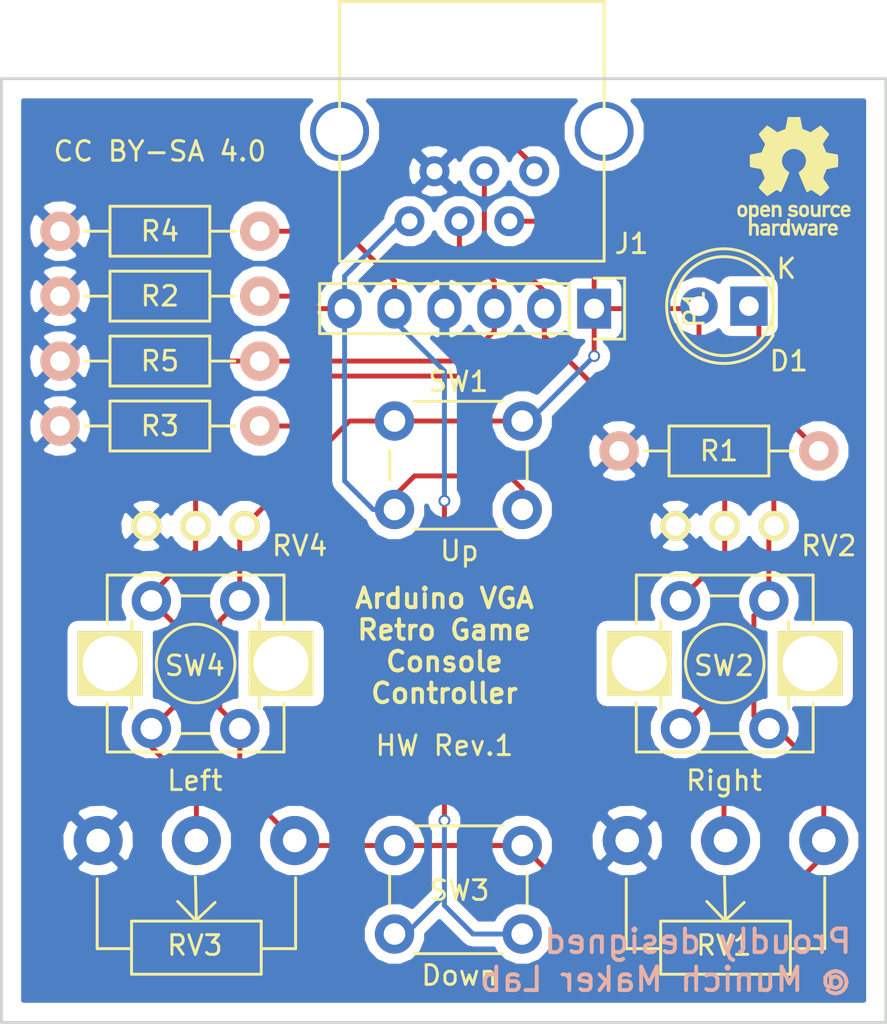
<source format=kicad_pcb>
(kicad_pcb (version 4) (host pcbnew 4.0.5)

  (general
    (links 45)
    (no_connects 0)
    (area 106.924999 83.798999 160.81762 136.075001)
    (thickness 1.6)
    (drawings 8)
    (tracks 130)
    (zones 0)
    (modules 17)
    (nets 8)
  )

  (page A4)
  (layers
    (0 F.Cu signal)
    (31 B.Cu signal)
    (32 B.Adhes user)
    (33 F.Adhes user)
    (34 B.Paste user)
    (35 F.Paste user)
    (36 B.SilkS user)
    (37 F.SilkS user)
    (38 B.Mask user)
    (39 F.Mask user)
    (40 Dwgs.User user)
    (41 Cmts.User user)
    (42 Eco1.User user)
    (43 Eco2.User user)
    (44 Edge.Cuts user)
    (45 Margin user)
    (46 B.CrtYd user)
    (47 F.CrtYd user)
    (48 B.Fab user)
    (49 F.Fab user)
  )

  (setup
    (last_trace_width 0.25)
    (trace_clearance 0.2)
    (zone_clearance 0.508)
    (zone_45_only no)
    (trace_min 0.2)
    (segment_width 0.2)
    (edge_width 0.15)
    (via_size 0.6)
    (via_drill 0.4)
    (via_min_size 0.4)
    (via_min_drill 0.3)
    (uvia_size 0.3)
    (uvia_drill 0.1)
    (uvias_allowed no)
    (uvia_min_size 0.2)
    (uvia_min_drill 0.1)
    (pcb_text_width 0.3)
    (pcb_text_size 1.5 1.5)
    (mod_edge_width 0.15)
    (mod_text_size 1 1)
    (mod_text_width 0.15)
    (pad_size 2.99974 2.99974)
    (pad_drill 2.4)
    (pad_to_mask_clearance 0.2)
    (aux_axis_origin 0 0)
    (visible_elements FFFFFF7F)
    (pcbplotparams
      (layerselection 0x010f0_80000001)
      (usegerberextensions true)
      (excludeedgelayer true)
      (linewidth 0.100000)
      (plotframeref false)
      (viasonmask false)
      (mode 1)
      (useauxorigin false)
      (hpglpennumber 1)
      (hpglpenspeed 20)
      (hpglpendiameter 15)
      (hpglpenoverlay 2)
      (psnegative false)
      (psa4output false)
      (plotreference true)
      (plotvalue true)
      (plotinvisibletext false)
      (padsonsilk false)
      (subtractmaskfromsilk false)
      (outputformat 1)
      (mirror false)
      (drillshape 0)
      (scaleselection 1)
      (outputdirectory production/))
  )

  (net 0 "")
  (net 1 "Net-(D1-Pad1)")
  (net 2 VCC)
  (net 3 in2)
  (net 4 in4)
  (net 5 in3)
  (net 6 in1)
  (net 7 GND)

  (net_class Default "This is the default net class."
    (clearance 0.2)
    (trace_width 0.25)
    (via_dia 0.6)
    (via_drill 0.4)
    (uvia_dia 0.3)
    (uvia_drill 0.1)
    (add_net GND)
    (add_net "Net-(D1-Pad1)")
    (add_net VCC)
    (add_net in1)
    (add_net in2)
    (add_net in3)
    (add_net in4)
  )

  (module LEDs:LED-5MM (layer F.Cu) (tedit 58CA4C1D) (tstamp 58C5D185)
    (at 145.034 99.568 180)
    (descr "LED 5mm round vertical")
    (tags "LED 5mm round vertical")
    (path /58C5D650)
    (fp_text reference D1 (at -2.032 -2.794 180) (layer F.SilkS)
      (effects (font (size 1 1) (thickness 0.15)))
    )
    (fp_text value LED (at 1.524 -3.937 180) (layer F.Fab) hide
      (effects (font (size 1 1) (thickness 0.15)))
    )
    (fp_line (start -1.5 -1.55) (end -1.5 1.55) (layer F.CrtYd) (width 0.05))
    (fp_arc (start 1.3 0) (end -1.5 1.55) (angle -302) (layer F.CrtYd) (width 0.05))
    (fp_arc (start 1.27 0) (end -1.23 -1.5) (angle 297.5) (layer F.SilkS) (width 0.15))
    (fp_line (start -1.23 1.5) (end -1.23 -1.5) (layer F.SilkS) (width 0.15))
    (fp_circle (center 1.27 0) (end 0.97 -2.5) (layer F.SilkS) (width 0.15))
    (fp_text user K (at -1.905 1.905 180) (layer F.SilkS)
      (effects (font (size 1 1) (thickness 0.15)))
    )
    (pad 1 thru_hole rect (at 0 0 270) (size 2 1.9) (drill 1.00076) (layers *.Cu *.Mask)
      (net 1 "Net-(D1-Pad1)"))
    (pad 2 thru_hole circle (at 2.54 0 180) (size 1.9 1.9) (drill 1.00076) (layers *.Cu *.Mask)
      (net 2 VCC))
    (model LEDs.3dshapes/LED-5MM.wrl
      (at (xyz 0.05 0 0))
      (scale (xyz 1 1 1))
      (rotate (xyz 0 0 90))
    )
  )

  (module Connectors:RJ12_E (layer F.Cu) (tedit 58C5DC57) (tstamp 58C5D191)
    (at 130.81 86.36 180)
    (path /58C5C80C)
    (fp_text reference J1 (at -8.255 -10.033 180) (layer F.SilkS)
      (effects (font (size 1 1) (thickness 0.15)))
    )
    (fp_text value RJ12 (at 0 -2.54 180) (layer F.Fab) hide
      (effects (font (size 1 1) (thickness 0.15)))
    )
    (fp_line (start -6.858 -10.922) (end -6.858 2.286) (layer F.SilkS) (width 0.15))
    (fp_line (start 6.604 -10.922) (end 6.604 2.286) (layer F.SilkS) (width 0.15))
    (fp_line (start -6.858 2.286) (end 6.604 2.286) (layer F.SilkS) (width 0.15))
    (fp_line (start 5.842 -10.922) (end 6.604 -10.922) (layer F.SilkS) (width 0.15))
    (fp_line (start -6.858 -10.922) (end 5.842 -10.922) (layer F.SilkS) (width 0.15))
    (pad 4 thru_hole circle (at 0.508 -8.89 180) (size 1.524 1.524) (drill 0.8128) (layers *.Cu *.Mask)
      (net 3 in2))
    (pad 2 thru_hole circle (at -2.032 -8.89 180) (size 1.524 1.524) (drill 0.8128) (layers *.Cu *.Mask)
      (net 2 VCC))
    (pad 6 thru_hole circle (at 3.048 -8.89 180) (size 1.524 1.524) (drill 0.8128) (layers *.Cu *.Mask)
      (net 4 in4))
    (pad 1 thru_hole circle (at -3.302 -6.35 180) (size 1.524 1.524) (drill 0.8128) (layers *.Cu *.Mask)
      (net 5 in3))
    (pad 3 thru_hole circle (at -0.762 -6.35 180) (size 1.524 1.524) (drill 0.8128) (layers *.Cu *.Mask)
      (net 6 in1))
    (pad 5 thru_hole circle (at 1.778 -6.35 180) (size 1.524 1.524) (drill 0.8128) (layers *.Cu *.Mask)
      (net 7 GND))
    (pad 8 thru_hole circle (at 6.604 -4.318 180) (size 2.99974 2.99974) (drill 2.4) (layers *.Cu *.Mask))
    (pad 7 thru_hole circle (at -6.858 -4.318 180) (size 2.99974 2.99974) (drill 2.4) (layers *.Cu *.Mask))
  )

  (module Pin_Headers:Pin_Header_Straight_1x06 (layer F.Cu) (tedit 58C5DA14) (tstamp 58C5D19B)
    (at 137.16 99.695 270)
    (descr "Through hole pin header")
    (tags "pin header")
    (path /58C5D8AC)
    (fp_text reference P1 (at 0 -5.1 270) (layer F.SilkS)
      (effects (font (size 1 1) (thickness 0.15)))
    )
    (fp_text value CONN_01X06 (at 0 -3.1 270) (layer F.Fab) hide
      (effects (font (size 1 1) (thickness 0.15)))
    )
    (fp_line (start -1.75 -1.75) (end -1.75 14.45) (layer F.CrtYd) (width 0.05))
    (fp_line (start 1.75 -1.75) (end 1.75 14.45) (layer F.CrtYd) (width 0.05))
    (fp_line (start -1.75 -1.75) (end 1.75 -1.75) (layer F.CrtYd) (width 0.05))
    (fp_line (start -1.75 14.45) (end 1.75 14.45) (layer F.CrtYd) (width 0.05))
    (fp_line (start 1.27 1.27) (end 1.27 13.97) (layer F.SilkS) (width 0.15))
    (fp_line (start 1.27 13.97) (end -1.27 13.97) (layer F.SilkS) (width 0.15))
    (fp_line (start -1.27 13.97) (end -1.27 1.27) (layer F.SilkS) (width 0.15))
    (fp_line (start 1.55 -1.55) (end 1.55 0) (layer F.SilkS) (width 0.15))
    (fp_line (start 1.27 1.27) (end -1.27 1.27) (layer F.SilkS) (width 0.15))
    (fp_line (start -1.55 0) (end -1.55 -1.55) (layer F.SilkS) (width 0.15))
    (fp_line (start -1.55 -1.55) (end 1.55 -1.55) (layer F.SilkS) (width 0.15))
    (pad 1 thru_hole rect (at 0 0 270) (size 2.032 1.7272) (drill 1.016) (layers *.Cu *.Mask)
      (net 2 VCC))
    (pad 2 thru_hole oval (at 0 2.54 270) (size 2.032 1.7272) (drill 1.016) (layers *.Cu *.Mask)
      (net 6 in1))
    (pad 3 thru_hole oval (at 0 5.08 270) (size 2.032 1.7272) (drill 1.016) (layers *.Cu *.Mask)
      (net 3 in2))
    (pad 4 thru_hole oval (at 0 7.62 270) (size 2.032 1.7272) (drill 1.016) (layers *.Cu *.Mask)
      (net 7 GND))
    (pad 5 thru_hole oval (at 0 10.16 270) (size 2.032 1.7272) (drill 1.016) (layers *.Cu *.Mask)
      (net 5 in3))
    (pad 6 thru_hole oval (at 0 12.7 270) (size 2.032 1.7272) (drill 1.016) (layers *.Cu *.Mask)
      (net 4 in4))
    (model Pin_Headers.3dshapes/Pin_Header_Straight_1x06.wrl
      (at (xyz 0 -0.25 0))
      (scale (xyz 1 1 1))
      (rotate (xyz 0 0 90))
    )
  )

  (module Resistors_THT:Resistor_Horizontal_RM10mm (layer F.Cu) (tedit 58C5DA1D) (tstamp 58C5D1A1)
    (at 148.59 106.934 180)
    (descr "Resistor, Axial,  RM 10mm, 1/3W")
    (tags "Resistor Axial RM 10mm 1/3W")
    (path /58C5D74A)
    (fp_text reference R1 (at 5.08 0 180) (layer F.SilkS)
      (effects (font (size 1 1) (thickness 0.15)))
    )
    (fp_text value 1k (at 5.08 3.81 180) (layer F.Fab) hide
      (effects (font (size 1 1) (thickness 0.15)))
    )
    (fp_line (start -1.25 -1.5) (end 11.4 -1.5) (layer F.CrtYd) (width 0.05))
    (fp_line (start -1.25 1.5) (end -1.25 -1.5) (layer F.CrtYd) (width 0.05))
    (fp_line (start 11.4 -1.5) (end 11.4 1.5) (layer F.CrtYd) (width 0.05))
    (fp_line (start -1.25 1.5) (end 11.4 1.5) (layer F.CrtYd) (width 0.05))
    (fp_line (start 2.54 -1.27) (end 7.62 -1.27) (layer F.SilkS) (width 0.15))
    (fp_line (start 7.62 -1.27) (end 7.62 1.27) (layer F.SilkS) (width 0.15))
    (fp_line (start 7.62 1.27) (end 2.54 1.27) (layer F.SilkS) (width 0.15))
    (fp_line (start 2.54 1.27) (end 2.54 -1.27) (layer F.SilkS) (width 0.15))
    (fp_line (start 2.54 0) (end 1.27 0) (layer F.SilkS) (width 0.15))
    (fp_line (start 7.62 0) (end 8.89 0) (layer F.SilkS) (width 0.15))
    (pad 1 thru_hole circle (at 0 0 180) (size 1.99898 1.99898) (drill 1.00076) (layers *.Cu *.SilkS *.Mask)
      (net 1 "Net-(D1-Pad1)"))
    (pad 2 thru_hole circle (at 10.16 0 180) (size 1.99898 1.99898) (drill 1.00076) (layers *.Cu *.SilkS *.Mask)
      (net 7 GND))
    (model Resistors_ThroughHole.3dshapes/Resistor_Horizontal_RM10mm.wrl
      (at (xyz 0.2 0 0))
      (scale (xyz 0.4 0.4 0.4))
      (rotate (xyz 0 0 0))
    )
  )

  (module Resistors_THT:Resistor_Horizontal_RM10mm (layer F.Cu) (tedit 58C5D931) (tstamp 58C5D1A7)
    (at 120.142 99.06 180)
    (descr "Resistor, Axial,  RM 10mm, 1/3W")
    (tags "Resistor Axial RM 10mm 1/3W")
    (path /58C5D438)
    (fp_text reference R2 (at 5.08 0 180) (layer F.SilkS)
      (effects (font (size 1 1) (thickness 0.15)))
    )
    (fp_text value 1k (at 5.08 3.81 180) (layer F.Fab) hide
      (effects (font (size 1 1) (thickness 0.15)))
    )
    (fp_line (start -1.25 -1.5) (end 11.4 -1.5) (layer F.CrtYd) (width 0.05))
    (fp_line (start -1.25 1.5) (end -1.25 -1.5) (layer F.CrtYd) (width 0.05))
    (fp_line (start 11.4 -1.5) (end 11.4 1.5) (layer F.CrtYd) (width 0.05))
    (fp_line (start -1.25 1.5) (end 11.4 1.5) (layer F.CrtYd) (width 0.05))
    (fp_line (start 2.54 -1.27) (end 7.62 -1.27) (layer F.SilkS) (width 0.15))
    (fp_line (start 7.62 -1.27) (end 7.62 1.27) (layer F.SilkS) (width 0.15))
    (fp_line (start 7.62 1.27) (end 2.54 1.27) (layer F.SilkS) (width 0.15))
    (fp_line (start 2.54 1.27) (end 2.54 -1.27) (layer F.SilkS) (width 0.15))
    (fp_line (start 2.54 0) (end 1.27 0) (layer F.SilkS) (width 0.15))
    (fp_line (start 7.62 0) (end 8.89 0) (layer F.SilkS) (width 0.15))
    (pad 1 thru_hole circle (at 0 0 180) (size 1.99898 1.99898) (drill 1.00076) (layers *.Cu *.SilkS *.Mask)
      (net 4 in4))
    (pad 2 thru_hole circle (at 10.16 0 180) (size 1.99898 1.99898) (drill 1.00076) (layers *.Cu *.SilkS *.Mask)
      (net 7 GND))
    (model Resistors_ThroughHole.3dshapes/Resistor_Horizontal_RM10mm.wrl
      (at (xyz 0.2 0 0))
      (scale (xyz 0.4 0.4 0.4))
      (rotate (xyz 0 0 0))
    )
  )

  (module Resistors_THT:Resistor_Horizontal_RM10mm (layer F.Cu) (tedit 58C5D943) (tstamp 58C5D1AD)
    (at 120.142 105.664 180)
    (descr "Resistor, Axial,  RM 10mm, 1/3W")
    (tags "Resistor Axial RM 10mm 1/3W")
    (path /58C5D41C)
    (fp_text reference R3 (at 5.08 0 180) (layer F.SilkS)
      (effects (font (size 1 1) (thickness 0.15)))
    )
    (fp_text value 1k (at 5.08 3.81 180) (layer F.Fab) hide
      (effects (font (size 1 1) (thickness 0.15)))
    )
    (fp_line (start -1.25 -1.5) (end 11.4 -1.5) (layer F.CrtYd) (width 0.05))
    (fp_line (start -1.25 1.5) (end -1.25 -1.5) (layer F.CrtYd) (width 0.05))
    (fp_line (start 11.4 -1.5) (end 11.4 1.5) (layer F.CrtYd) (width 0.05))
    (fp_line (start -1.25 1.5) (end 11.4 1.5) (layer F.CrtYd) (width 0.05))
    (fp_line (start 2.54 -1.27) (end 7.62 -1.27) (layer F.SilkS) (width 0.15))
    (fp_line (start 7.62 -1.27) (end 7.62 1.27) (layer F.SilkS) (width 0.15))
    (fp_line (start 7.62 1.27) (end 2.54 1.27) (layer F.SilkS) (width 0.15))
    (fp_line (start 2.54 1.27) (end 2.54 -1.27) (layer F.SilkS) (width 0.15))
    (fp_line (start 2.54 0) (end 1.27 0) (layer F.SilkS) (width 0.15))
    (fp_line (start 7.62 0) (end 8.89 0) (layer F.SilkS) (width 0.15))
    (pad 1 thru_hole circle (at 0 0 180) (size 1.99898 1.99898) (drill 1.00076) (layers *.Cu *.SilkS *.Mask)
      (net 6 in1))
    (pad 2 thru_hole circle (at 10.16 0 180) (size 1.99898 1.99898) (drill 1.00076) (layers *.Cu *.SilkS *.Mask)
      (net 7 GND))
    (model Resistors_ThroughHole.3dshapes/Resistor_Horizontal_RM10mm.wrl
      (at (xyz 0.2 0 0))
      (scale (xyz 0.4 0.4 0.4))
      (rotate (xyz 0 0 0))
    )
  )

  (module Resistors_THT:Resistor_Horizontal_RM10mm (layer F.Cu) (tedit 58C5D934) (tstamp 58C5D1B3)
    (at 120.142 95.758 180)
    (descr "Resistor, Axial,  RM 10mm, 1/3W")
    (tags "Resistor Axial RM 10mm 1/3W")
    (path /58C5D394)
    (fp_text reference R4 (at 5.08 0 180) (layer F.SilkS)
      (effects (font (size 1 1) (thickness 0.15)))
    )
    (fp_text value 1k (at 5.08 3.81 180) (layer F.Fab) hide
      (effects (font (size 1 1) (thickness 0.15)))
    )
    (fp_line (start -1.25 -1.5) (end 11.4 -1.5) (layer F.CrtYd) (width 0.05))
    (fp_line (start -1.25 1.5) (end -1.25 -1.5) (layer F.CrtYd) (width 0.05))
    (fp_line (start 11.4 -1.5) (end 11.4 1.5) (layer F.CrtYd) (width 0.05))
    (fp_line (start -1.25 1.5) (end 11.4 1.5) (layer F.CrtYd) (width 0.05))
    (fp_line (start 2.54 -1.27) (end 7.62 -1.27) (layer F.SilkS) (width 0.15))
    (fp_line (start 7.62 -1.27) (end 7.62 1.27) (layer F.SilkS) (width 0.15))
    (fp_line (start 7.62 1.27) (end 2.54 1.27) (layer F.SilkS) (width 0.15))
    (fp_line (start 2.54 1.27) (end 2.54 -1.27) (layer F.SilkS) (width 0.15))
    (fp_line (start 2.54 0) (end 1.27 0) (layer F.SilkS) (width 0.15))
    (fp_line (start 7.62 0) (end 8.89 0) (layer F.SilkS) (width 0.15))
    (pad 1 thru_hole circle (at 0 0 180) (size 1.99898 1.99898) (drill 1.00076) (layers *.Cu *.SilkS *.Mask)
      (net 5 in3))
    (pad 2 thru_hole circle (at 10.16 0 180) (size 1.99898 1.99898) (drill 1.00076) (layers *.Cu *.SilkS *.Mask)
      (net 7 GND))
    (model Resistors_ThroughHole.3dshapes/Resistor_Horizontal_RM10mm.wrl
      (at (xyz 0.2 0 0))
      (scale (xyz 0.4 0.4 0.4))
      (rotate (xyz 0 0 0))
    )
  )

  (module Resistors_THT:Resistor_Horizontal_RM10mm (layer F.Cu) (tedit 58C5D93E) (tstamp 58C5D1B9)
    (at 120.142 102.362 180)
    (descr "Resistor, Axial,  RM 10mm, 1/3W")
    (tags "Resistor Axial RM 10mm 1/3W")
    (path /58C5CBDC)
    (fp_text reference R5 (at 5.08 0 180) (layer F.SilkS)
      (effects (font (size 1 1) (thickness 0.15)))
    )
    (fp_text value 1k (at 5.08 3.81 180) (layer F.Fab) hide
      (effects (font (size 1 1) (thickness 0.15)))
    )
    (fp_line (start -1.25 -1.5) (end 11.4 -1.5) (layer F.CrtYd) (width 0.05))
    (fp_line (start -1.25 1.5) (end -1.25 -1.5) (layer F.CrtYd) (width 0.05))
    (fp_line (start 11.4 -1.5) (end 11.4 1.5) (layer F.CrtYd) (width 0.05))
    (fp_line (start -1.25 1.5) (end 11.4 1.5) (layer F.CrtYd) (width 0.05))
    (fp_line (start 2.54 -1.27) (end 7.62 -1.27) (layer F.SilkS) (width 0.15))
    (fp_line (start 7.62 -1.27) (end 7.62 1.27) (layer F.SilkS) (width 0.15))
    (fp_line (start 7.62 1.27) (end 2.54 1.27) (layer F.SilkS) (width 0.15))
    (fp_line (start 2.54 1.27) (end 2.54 -1.27) (layer F.SilkS) (width 0.15))
    (fp_line (start 2.54 0) (end 1.27 0) (layer F.SilkS) (width 0.15))
    (fp_line (start 7.62 0) (end 8.89 0) (layer F.SilkS) (width 0.15))
    (pad 1 thru_hole circle (at 0 0 180) (size 1.99898 1.99898) (drill 1.00076) (layers *.Cu *.SilkS *.Mask)
      (net 3 in2))
    (pad 2 thru_hole circle (at 10.16 0 180) (size 1.99898 1.99898) (drill 1.00076) (layers *.Cu *.SilkS *.Mask)
      (net 7 GND))
    (model Resistors_ThroughHole.3dshapes/Resistor_Horizontal_RM10mm.wrl
      (at (xyz 0.2 0 0))
      (scale (xyz 0.4 0.4 0.4))
      (rotate (xyz 0 0 0))
    )
  )

  (module Potentiometers:Potentiometer_WirePads (layer F.Cu) (tedit 58C5D9D1) (tstamp 58C5D1C0)
    (at 148.844 126.746 270)
    (descr "Potentiometer, Wire Pads only, RevA, 30 July 2010,")
    (tags "Potentiometer, Wire Pads only, RevA, 30 July 2010,")
    (path /58C5C83A)
    (fp_text reference RV1 (at 5.334 5.08 360) (layer F.SilkS)
      (effects (font (size 1 1) (thickness 0.15)))
    )
    (fp_text value 10k (at -1.34874 13.25118 270) (layer F.Fab) hide
      (effects (font (size 1 1) (thickness 0.15)))
    )
    (fp_line (start 5.4991 10.05078) (end 1.95072 10.05078) (layer F.SilkS) (width 0.15))
    (fp_line (start 5.4991 8.30072) (end 5.4991 10.05078) (layer F.SilkS) (width 0.15))
    (fp_line (start 5.4991 1.7018) (end 5.4991 -0.04826) (layer F.SilkS) (width 0.15))
    (fp_line (start 5.4991 -0.04826) (end 1.89992 -0.04826) (layer F.SilkS) (width 0.15))
    (fp_line (start 4.09956 5.00126) (end 1.84912 5.05206) (layer F.SilkS) (width 0.15))
    (fp_line (start 4.09956 5.00126) (end 3.0988 5.95122) (layer F.SilkS) (width 0.15))
    (fp_line (start 4.09956 5.05206) (end 3.1496 4.0513) (layer F.SilkS) (width 0.15))
    (fp_line (start 4.09956 1.7018) (end 6.79958 1.7018) (layer F.SilkS) (width 0.15))
    (fp_line (start 6.79958 1.7018) (end 6.79958 8.30072) (layer F.SilkS) (width 0.15))
    (fp_line (start 6.79958 8.30072) (end 4.09956 8.30072) (layer F.SilkS) (width 0.15))
    (fp_line (start 4.09956 8.30072) (end 4.09956 1.7018) (layer F.SilkS) (width 0.15))
    (pad 2 thru_hole circle (at 0 5.00126 270) (size 2.49936 2.49936) (drill 1.19888) (layers *.Cu *.Mask)
      (net 6 in1))
    (pad 3 thru_hole circle (at 0 10.00252 270) (size 2.49936 2.49936) (drill 1.19888) (layers *.Cu *.Mask)
      (net 7 GND))
    (pad 1 thru_hole circle (at 0 0 270) (size 2.49936 2.49936) (drill 1.19888) (layers *.Cu *.Mask)
      (net 2 VCC))
  )

  (module added:Potentiometer_Alpha-RV09 (layer F.Cu) (tedit 58C5D9CC) (tstamp 58C5D1C9)
    (at 146.304 110.744 270)
    (descr "9mm insulated shaft potentiometer")
    (tags "Potentiometer Alpha Pot 9mm RV09")
    (path /58C5DC3B)
    (fp_text reference RV2 (at 1.016 -2.794 360) (layer F.SilkS)
      (effects (font (size 1 1) (thickness 0.15)))
    )
    (fp_text value 10k (at 7 -5.5 360) (layer F.Fab) hide
      (effects (font (size 1 1) (thickness 0.15)))
    )
    (fp_line (start 2 -2.5) (end 2 -1) (layer F.CrtYd) (width 0.05))
    (fp_line (start 5 -4) (end 9 -4) (layer F.CrtYd) (width 0.05))
    (fp_line (start 5 -4) (end 5 -2.5) (layer F.CrtYd) (width 0.05))
    (fp_line (start 5 -2.5) (end 2 -2.5) (layer F.CrtYd) (width 0.05))
    (fp_line (start -1 -1) (end 2 -1) (layer F.CrtYd) (width 0.05))
    (fp_line (start 9 -4) (end 9 -2.5) (layer F.CrtYd) (width 0.05))
    (fp_line (start 9 -2.5) (end 12 -2.5) (layer F.CrtYd) (width 0.05))
    (fp_line (start 12 -2.5) (end 12 7.5) (layer F.CrtYd) (width 0.05))
    (fp_line (start 12 7.5) (end 9 7.5) (layer F.CrtYd) (width 0.05))
    (fp_line (start 9 7.5) (end 9 9) (layer F.CrtYd) (width 0.05))
    (fp_line (start 9 9) (end 5 9) (layer F.CrtYd) (width 0.05))
    (fp_line (start 5 9) (end 5 7.5) (layer F.CrtYd) (width 0.05))
    (fp_line (start 5 7.5) (end 2 7.5) (layer F.CrtYd) (width 0.05))
    (fp_line (start 2 7.5) (end 2 6) (layer F.CrtYd) (width 0.05))
    (fp_line (start 2 6) (end -1 6) (layer F.CrtYd) (width 0.05))
    (fp_line (start -1 6) (end -1 -1) (layer F.CrtYd) (width 0.05))
    (fp_line (start 11.5 7) (end 9 7) (layer F.SilkS) (width 0.15))
    (fp_line (start 5 7) (end 2.5 7) (layer F.SilkS) (width 0.15))
    (fp_line (start 5 -2) (end 2.5 -2) (layer F.SilkS) (width 0.15))
    (fp_line (start 11.5 -2) (end 9 -2) (layer F.SilkS) (width 0.15))
    (fp_line (start 2.5 -2) (end 2.5 7) (layer F.SilkS) (width 0.15))
    (fp_line (start 11.5 -2) (end 11.5 7) (layer F.SilkS) (width 0.15))
    (fp_circle (center 7 2.5) (end 9 2.5) (layer F.SilkS) (width 0.15))
    (pad 1 thru_hole circle (at 0 0 180) (size 1.524 1.524) (drill 1) (layers *.Cu *.Mask F.SilkS)
      (net 2 VCC))
    (pad 2 thru_hole circle (at 0 2.5 180) (size 1.524 1.524) (drill 1) (layers *.Cu *.Mask F.SilkS)
      (net 6 in1))
    (pad 3 thru_hole circle (at 0 5 180) (size 1.524 1.524) (drill 1) (layers *.Cu *.Mask F.SilkS)
      (net 7 GND))
    (pad 4 thru_hole rect (at 7 -1.85 180) (size 3.3 3.3) (drill 2.8) (layers *.Cu *.Mask F.SilkS))
    (pad 5 thru_hole rect (at 7 6.85 180) (size 3.3 3.3) (drill 2.8) (layers *.Cu *.Mask F.SilkS))
  )

  (module Buttons_Switches_THT:SW_PUSH_6mm_h5mm (layer F.Cu) (tedit 58C5DA0A) (tstamp 58C5D1D1)
    (at 127 105.41)
    (descr "tactile push button, 6x6mm e.g. PHAP33xx series, height=5mm")
    (tags "tact sw push 6mm")
    (path /58C5D432)
    (fp_text reference SW1 (at 3.25 -2) (layer F.SilkS)
      (effects (font (size 1 1) (thickness 0.15)))
    )
    (fp_text value Up (at 3.302 6.604) (layer F.SilkS)
      (effects (font (size 1 1) (thickness 0.15)))
    )
    (fp_line (start 3.25 -0.75) (end 6.25 -0.75) (layer F.Fab) (width 0.1))
    (fp_line (start 6.25 -0.75) (end 6.25 5.25) (layer F.Fab) (width 0.1))
    (fp_line (start 6.25 5.25) (end 0.25 5.25) (layer F.Fab) (width 0.1))
    (fp_line (start 0.25 5.25) (end 0.25 -0.75) (layer F.Fab) (width 0.1))
    (fp_line (start 0.25 -0.75) (end 3.25 -0.75) (layer F.Fab) (width 0.1))
    (fp_line (start 7.75 6) (end 8 6) (layer F.CrtYd) (width 0.05))
    (fp_line (start 8 6) (end 8 5.75) (layer F.CrtYd) (width 0.05))
    (fp_line (start 7.75 -1.5) (end 8 -1.5) (layer F.CrtYd) (width 0.05))
    (fp_line (start 8 -1.5) (end 8 -1.25) (layer F.CrtYd) (width 0.05))
    (fp_line (start -1.5 -1.25) (end -1.5 -1.5) (layer F.CrtYd) (width 0.05))
    (fp_line (start -1.5 -1.5) (end -1.25 -1.5) (layer F.CrtYd) (width 0.05))
    (fp_line (start -1.5 5.75) (end -1.5 6) (layer F.CrtYd) (width 0.05))
    (fp_line (start -1.5 6) (end -1.25 6) (layer F.CrtYd) (width 0.05))
    (fp_line (start -1.25 -1.5) (end 7.75 -1.5) (layer F.CrtYd) (width 0.05))
    (fp_line (start -1.5 5.75) (end -1.5 -1.25) (layer F.CrtYd) (width 0.05))
    (fp_line (start 7.75 6) (end -1.25 6) (layer F.CrtYd) (width 0.05))
    (fp_line (start 8 -1.25) (end 8 5.75) (layer F.CrtYd) (width 0.05))
    (fp_line (start 1 5.5) (end 5.5 5.5) (layer F.SilkS) (width 0.15))
    (fp_line (start -0.25 1.5) (end -0.25 3) (layer F.SilkS) (width 0.15))
    (fp_line (start 5.5 -1) (end 1 -1) (layer F.SilkS) (width 0.15))
    (fp_line (start 6.75 3) (end 6.75 1.5) (layer F.SilkS) (width 0.15))
    (fp_circle (center 3.25 2.25) (end 1.25 2.5) (layer F.Fab) (width 0.1))
    (pad 2 thru_hole circle (at 0 4.5 90) (size 2 2) (drill 1.1) (layers *.Cu *.Mask)
      (net 4 in4))
    (pad 1 thru_hole circle (at 0 0 90) (size 2 2) (drill 1.1) (layers *.Cu *.Mask)
      (net 2 VCC))
    (pad 2 thru_hole circle (at 6.5 4.5 90) (size 2 2) (drill 1.1) (layers *.Cu *.Mask)
      (net 4 in4))
    (pad 1 thru_hole circle (at 6.5 0 90) (size 2 2) (drill 1.1) (layers *.Cu *.Mask)
      (net 2 VCC))
    (model Buttons_Switches_ThroughHole.3dshapes/SW_PUSH_6mm_h5mm.wrl
      (at (xyz 0.005 0 0))
      (scale (xyz 0.3937 0.3937 0.3937))
      (rotate (xyz 0 0 0))
    )
  )

  (module Buttons_Switches_THT:SW_PUSH_6mm_h5mm (layer F.Cu) (tedit 58C5D9FE) (tstamp 58C5D1D9)
    (at 146.05 114.554 270)
    (descr "tactile push button, 6x6mm e.g. PHAP33xx series, height=5mm")
    (tags "tact sw push 6mm")
    (path /58C5D416)
    (fp_text reference SW2 (at 3.302 2.286 360) (layer F.SilkS)
      (effects (font (size 1 1) (thickness 0.15)))
    )
    (fp_text value Right (at 9.144 2.286 360) (layer F.SilkS)
      (effects (font (size 1 1) (thickness 0.15)))
    )
    (fp_line (start 3.25 -0.75) (end 6.25 -0.75) (layer F.Fab) (width 0.1))
    (fp_line (start 6.25 -0.75) (end 6.25 5.25) (layer F.Fab) (width 0.1))
    (fp_line (start 6.25 5.25) (end 0.25 5.25) (layer F.Fab) (width 0.1))
    (fp_line (start 0.25 5.25) (end 0.25 -0.75) (layer F.Fab) (width 0.1))
    (fp_line (start 0.25 -0.75) (end 3.25 -0.75) (layer F.Fab) (width 0.1))
    (fp_line (start 7.75 6) (end 8 6) (layer F.CrtYd) (width 0.05))
    (fp_line (start 8 6) (end 8 5.75) (layer F.CrtYd) (width 0.05))
    (fp_line (start 7.75 -1.5) (end 8 -1.5) (layer F.CrtYd) (width 0.05))
    (fp_line (start 8 -1.5) (end 8 -1.25) (layer F.CrtYd) (width 0.05))
    (fp_line (start -1.5 -1.25) (end -1.5 -1.5) (layer F.CrtYd) (width 0.05))
    (fp_line (start -1.5 -1.5) (end -1.25 -1.5) (layer F.CrtYd) (width 0.05))
    (fp_line (start -1.5 5.75) (end -1.5 6) (layer F.CrtYd) (width 0.05))
    (fp_line (start -1.5 6) (end -1.25 6) (layer F.CrtYd) (width 0.05))
    (fp_line (start -1.25 -1.5) (end 7.75 -1.5) (layer F.CrtYd) (width 0.05))
    (fp_line (start -1.5 5.75) (end -1.5 -1.25) (layer F.CrtYd) (width 0.05))
    (fp_line (start 7.75 6) (end -1.25 6) (layer F.CrtYd) (width 0.05))
    (fp_line (start 8 -1.25) (end 8 5.75) (layer F.CrtYd) (width 0.05))
    (fp_line (start 1 5.5) (end 5.5 5.5) (layer F.SilkS) (width 0.15))
    (fp_line (start -0.25 1.5) (end -0.25 3) (layer F.SilkS) (width 0.15))
    (fp_line (start 5.5 -1) (end 1 -1) (layer F.SilkS) (width 0.15))
    (fp_line (start 6.75 3) (end 6.75 1.5) (layer F.SilkS) (width 0.15))
    (fp_circle (center 3.25 2.25) (end 1.25 2.5) (layer F.Fab) (width 0.1))
    (pad 2 thru_hole circle (at 0 4.5) (size 2 2) (drill 1.1) (layers *.Cu *.Mask)
      (net 6 in1))
    (pad 1 thru_hole circle (at 0 0) (size 2 2) (drill 1.1) (layers *.Cu *.Mask)
      (net 2 VCC))
    (pad 2 thru_hole circle (at 6.5 4.5) (size 2 2) (drill 1.1) (layers *.Cu *.Mask)
      (net 6 in1))
    (pad 1 thru_hole circle (at 6.5 0) (size 2 2) (drill 1.1) (layers *.Cu *.Mask)
      (net 2 VCC))
    (model Buttons_Switches_ThroughHole.3dshapes/SW_PUSH_6mm_h5mm.wrl
      (at (xyz 0.005 0 0))
      (scale (xyz 0.3937 0.3937 0.3937))
      (rotate (xyz 0 0 0))
    )
  )

  (module Buttons_Switches_THT:SW_PUSH_6mm_h5mm (layer F.Cu) (tedit 58C5DA06) (tstamp 58C5D1E1)
    (at 127 127)
    (descr "tactile push button, 6x6mm e.g. PHAP33xx series, height=5mm")
    (tags "tact sw push 6mm")
    (path /58C5D38E)
    (fp_text reference SW3 (at 3.302 2.286) (layer F.SilkS)
      (effects (font (size 1 1) (thickness 0.15)))
    )
    (fp_text value Down (at 3.302 6.604) (layer F.SilkS)
      (effects (font (size 1 1) (thickness 0.15)))
    )
    (fp_line (start 3.25 -0.75) (end 6.25 -0.75) (layer F.Fab) (width 0.1))
    (fp_line (start 6.25 -0.75) (end 6.25 5.25) (layer F.Fab) (width 0.1))
    (fp_line (start 6.25 5.25) (end 0.25 5.25) (layer F.Fab) (width 0.1))
    (fp_line (start 0.25 5.25) (end 0.25 -0.75) (layer F.Fab) (width 0.1))
    (fp_line (start 0.25 -0.75) (end 3.25 -0.75) (layer F.Fab) (width 0.1))
    (fp_line (start 7.75 6) (end 8 6) (layer F.CrtYd) (width 0.05))
    (fp_line (start 8 6) (end 8 5.75) (layer F.CrtYd) (width 0.05))
    (fp_line (start 7.75 -1.5) (end 8 -1.5) (layer F.CrtYd) (width 0.05))
    (fp_line (start 8 -1.5) (end 8 -1.25) (layer F.CrtYd) (width 0.05))
    (fp_line (start -1.5 -1.25) (end -1.5 -1.5) (layer F.CrtYd) (width 0.05))
    (fp_line (start -1.5 -1.5) (end -1.25 -1.5) (layer F.CrtYd) (width 0.05))
    (fp_line (start -1.5 5.75) (end -1.5 6) (layer F.CrtYd) (width 0.05))
    (fp_line (start -1.5 6) (end -1.25 6) (layer F.CrtYd) (width 0.05))
    (fp_line (start -1.25 -1.5) (end 7.75 -1.5) (layer F.CrtYd) (width 0.05))
    (fp_line (start -1.5 5.75) (end -1.5 -1.25) (layer F.CrtYd) (width 0.05))
    (fp_line (start 7.75 6) (end -1.25 6) (layer F.CrtYd) (width 0.05))
    (fp_line (start 8 -1.25) (end 8 5.75) (layer F.CrtYd) (width 0.05))
    (fp_line (start 1 5.5) (end 5.5 5.5) (layer F.SilkS) (width 0.15))
    (fp_line (start -0.25 1.5) (end -0.25 3) (layer F.SilkS) (width 0.15))
    (fp_line (start 5.5 -1) (end 1 -1) (layer F.SilkS) (width 0.15))
    (fp_line (start 6.75 3) (end 6.75 1.5) (layer F.SilkS) (width 0.15))
    (fp_circle (center 3.25 2.25) (end 1.25 2.5) (layer F.Fab) (width 0.1))
    (pad 2 thru_hole circle (at 0 4.5 90) (size 2 2) (drill 1.1) (layers *.Cu *.Mask)
      (net 5 in3))
    (pad 1 thru_hole circle (at 0 0 90) (size 2 2) (drill 1.1) (layers *.Cu *.Mask)
      (net 2 VCC))
    (pad 2 thru_hole circle (at 6.5 4.5 90) (size 2 2) (drill 1.1) (layers *.Cu *.Mask)
      (net 5 in3))
    (pad 1 thru_hole circle (at 6.5 0 90) (size 2 2) (drill 1.1) (layers *.Cu *.Mask)
      (net 2 VCC))
    (model Buttons_Switches_ThroughHole.3dshapes/SW_PUSH_6mm_h5mm.wrl
      (at (xyz 0.005 0 0))
      (scale (xyz 0.3937 0.3937 0.3937))
      (rotate (xyz 0 0 0))
    )
  )

  (module Buttons_Switches_THT:SW_PUSH_6mm_h5mm (layer F.Cu) (tedit 58CA4BD2) (tstamp 58C5D1E9)
    (at 119.126 114.554 270)
    (descr "tactile push button, 6x6mm e.g. PHAP33xx series, height=5mm")
    (tags "tact sw push 6mm")
    (path /58C5C9A2)
    (fp_text reference SW4 (at 3.302 2.286 360) (layer F.SilkS)
      (effects (font (size 1 1) (thickness 0.15)))
    )
    (fp_text value Left (at 9.144 2.286 360) (layer F.SilkS)
      (effects (font (size 1 1) (thickness 0.15)))
    )
    (fp_line (start 3.25 -0.75) (end 6.25 -0.75) (layer F.Fab) (width 0.1))
    (fp_line (start 6.25 -0.75) (end 6.25 5.25) (layer F.Fab) (width 0.1))
    (fp_line (start 6.25 5.25) (end 0.25 5.25) (layer F.Fab) (width 0.1))
    (fp_line (start 0.25 5.25) (end 0.25 -0.75) (layer F.Fab) (width 0.1))
    (fp_line (start 0.25 -0.75) (end 3.25 -0.75) (layer F.Fab) (width 0.1))
    (fp_line (start 7.75 6) (end 8 6) (layer F.CrtYd) (width 0.05))
    (fp_line (start 8 6) (end 8 5.75) (layer F.CrtYd) (width 0.05))
    (fp_line (start 7.75 -1.5) (end 8 -1.5) (layer F.CrtYd) (width 0.05))
    (fp_line (start 8 -1.5) (end 8 -1.25) (layer F.CrtYd) (width 0.05))
    (fp_line (start -1.5 -1.25) (end -1.5 -1.5) (layer F.CrtYd) (width 0.05))
    (fp_line (start -1.5 -1.5) (end -1.25 -1.5) (layer F.CrtYd) (width 0.05))
    (fp_line (start -1.5 5.75) (end -1.5 6) (layer F.CrtYd) (width 0.05))
    (fp_line (start -1.5 6) (end -1.25 6) (layer F.CrtYd) (width 0.05))
    (fp_line (start -1.25 -1.5) (end 7.75 -1.5) (layer F.CrtYd) (width 0.05))
    (fp_line (start -1.5 5.75) (end -1.5 -1.25) (layer F.CrtYd) (width 0.05))
    (fp_line (start 7.75 6) (end -1.25 6) (layer F.CrtYd) (width 0.05))
    (fp_line (start 8 -1.25) (end 8 5.75) (layer F.CrtYd) (width 0.05))
    (fp_line (start 1 5.5) (end 5.5 5.5) (layer F.SilkS) (width 0.15))
    (fp_line (start -0.25 1.5) (end -0.25 3) (layer F.SilkS) (width 0.15))
    (fp_line (start 5.5 -1) (end 1 -1) (layer F.SilkS) (width 0.15))
    (fp_line (start 6.75 3) (end 6.75 1.5) (layer F.SilkS) (width 0.15))
    (fp_circle (center 3.25 2.25) (end 1.25 2.5) (layer F.Fab) (width 0.1))
    (pad 2 thru_hole circle (at 0 4.5) (size 2 2) (drill 1.1) (layers *.Cu *.Mask)
      (net 3 in2))
    (pad 1 thru_hole circle (at 0 0) (size 2 2) (drill 1.1) (layers *.Cu *.Mask)
      (net 2 VCC))
    (pad 2 thru_hole circle (at 6.5 4.5) (size 2 2) (drill 1.1) (layers *.Cu *.Mask)
      (net 3 in2))
    (pad 1 thru_hole circle (at 6.5 0) (size 2 2) (drill 1.1) (layers *.Cu *.Mask)
      (net 2 VCC))
    (model Buttons_Switches_ThroughHole.3dshapes/SW_PUSH_6mm_h5mm.wrl
      (at (xyz 0.005 0 0))
      (scale (xyz 0.3937 0.3937 0.3937))
      (rotate (xyz 0 0 0))
    )
  )

  (module Symbols:OSHW-Logo_5.7x6mm_SilkScreen (layer F.Cu) (tedit 0) (tstamp 58C5DBD3)
    (at 147.32 92.964)
    (descr "Open Source Hardware Logo")
    (tags "Logo OSHW")
    (attr virtual)
    (fp_text reference REF*** (at 0 0) (layer F.SilkS) hide
      (effects (font (size 1 1) (thickness 0.15)))
    )
    (fp_text value OSHW-Logo_5.7x6mm_SilkScreen (at 0.75 0) (layer F.Fab) hide
      (effects (font (size 1 1) (thickness 0.15)))
    )
    (fp_poly (pts (xy -1.908759 1.469184) (xy -1.882247 1.482282) (xy -1.849553 1.505106) (xy -1.825725 1.529996)
      (xy -1.809406 1.561249) (xy -1.79924 1.603166) (xy -1.793872 1.660044) (xy -1.791944 1.736184)
      (xy -1.791831 1.768917) (xy -1.792161 1.840656) (xy -1.793527 1.891927) (xy -1.7965 1.927404)
      (xy -1.801649 1.951763) (xy -1.809543 1.96968) (xy -1.817757 1.981902) (xy -1.870187 2.033905)
      (xy -1.93193 2.065184) (xy -1.998536 2.074592) (xy -2.065558 2.06098) (xy -2.086792 2.051354)
      (xy -2.137624 2.024859) (xy -2.137624 2.440052) (xy -2.100525 2.420868) (xy -2.051643 2.406025)
      (xy -1.991561 2.402222) (xy -1.931564 2.409243) (xy -1.886256 2.425013) (xy -1.848675 2.455047)
      (xy -1.816564 2.498024) (xy -1.81415 2.502436) (xy -1.803967 2.523221) (xy -1.79653 2.54417)
      (xy -1.791411 2.569548) (xy -1.788181 2.603618) (xy -1.786413 2.650641) (xy -1.785677 2.714882)
      (xy -1.785544 2.787176) (xy -1.785544 3.017822) (xy -1.923861 3.017822) (xy -1.923861 2.592533)
      (xy -1.962549 2.559979) (xy -2.002738 2.53394) (xy -2.040797 2.529205) (xy -2.079066 2.541389)
      (xy -2.099462 2.55332) (xy -2.114642 2.570313) (xy -2.125438 2.595995) (xy -2.132683 2.633991)
      (xy -2.137208 2.687926) (xy -2.139844 2.761425) (xy -2.140772 2.810347) (xy -2.143911 3.011535)
      (xy -2.209926 3.015336) (xy -2.27594 3.019136) (xy -2.27594 1.77065) (xy -2.137624 1.77065)
      (xy -2.134097 1.840254) (xy -2.122215 1.888569) (xy -2.10002 1.918631) (xy -2.065559 1.933471)
      (xy -2.030742 1.936436) (xy -1.991329 1.933028) (xy -1.965171 1.919617) (xy -1.948814 1.901896)
      (xy -1.935937 1.882835) (xy -1.928272 1.861601) (xy -1.924861 1.831849) (xy -1.924749 1.787236)
      (xy -1.925897 1.74988) (xy -1.928532 1.693604) (xy -1.932456 1.656658) (xy -1.939063 1.633223)
      (xy -1.949749 1.61748) (xy -1.959833 1.60838) (xy -2.00197 1.588537) (xy -2.05184 1.585332)
      (xy -2.080476 1.592168) (xy -2.108828 1.616464) (xy -2.127609 1.663728) (xy -2.136712 1.733624)
      (xy -2.137624 1.77065) (xy -2.27594 1.77065) (xy -2.27594 1.458614) (xy -2.206782 1.458614)
      (xy -2.16526 1.460256) (xy -2.143838 1.466087) (xy -2.137626 1.477461) (xy -2.137624 1.477798)
      (xy -2.134742 1.488938) (xy -2.12203 1.487673) (xy -2.096757 1.475433) (xy -2.037869 1.456707)
      (xy -1.971615 1.454739) (xy -1.908759 1.469184)) (layer F.SilkS) (width 0.01))
    (fp_poly (pts (xy -1.38421 2.406555) (xy -1.325055 2.422339) (xy -1.280023 2.450948) (xy -1.248246 2.488419)
      (xy -1.238366 2.504411) (xy -1.231073 2.521163) (xy -1.225974 2.542592) (xy -1.222679 2.572616)
      (xy -1.220797 2.615154) (xy -1.219937 2.674122) (xy -1.219707 2.75344) (xy -1.219703 2.774484)
      (xy -1.219703 3.017822) (xy -1.280059 3.017822) (xy -1.318557 3.015126) (xy -1.347023 3.008295)
      (xy -1.354155 3.004083) (xy -1.373652 2.996813) (xy -1.393566 3.004083) (xy -1.426353 3.01316)
      (xy -1.473978 3.016813) (xy -1.526764 3.015228) (xy -1.575036 3.008589) (xy -1.603218 3.000072)
      (xy -1.657753 2.965063) (xy -1.691835 2.916479) (xy -1.707157 2.851882) (xy -1.707299 2.850223)
      (xy -1.705955 2.821566) (xy -1.584356 2.821566) (xy -1.573726 2.854161) (xy -1.55641 2.872505)
      (xy -1.521652 2.886379) (xy -1.475773 2.891917) (xy -1.428988 2.889191) (xy -1.391514 2.878274)
      (xy -1.381015 2.871269) (xy -1.362668 2.838904) (xy -1.35802 2.802111) (xy -1.35802 2.753763)
      (xy -1.427582 2.753763) (xy -1.493667 2.75885) (xy -1.543764 2.773263) (xy -1.574929 2.795729)
      (xy -1.584356 2.821566) (xy -1.705955 2.821566) (xy -1.703987 2.779647) (xy -1.68071 2.723845)
      (xy -1.636948 2.681647) (xy -1.630899 2.677808) (xy -1.604907 2.665309) (xy -1.572735 2.65774)
      (xy -1.52776 2.654061) (xy -1.474331 2.653216) (xy -1.35802 2.653169) (xy -1.35802 2.604411)
      (xy -1.362953 2.566581) (xy -1.375543 2.541236) (xy -1.377017 2.539887) (xy -1.405034 2.5288)
      (xy -1.447326 2.524503) (xy -1.494064 2.526615) (xy -1.535418 2.534756) (xy -1.559957 2.546965)
      (xy -1.573253 2.556746) (xy -1.587294 2.558613) (xy -1.606671 2.5506) (xy -1.635976 2.530739)
      (xy -1.679803 2.497063) (xy -1.683825 2.493909) (xy -1.681764 2.482236) (xy -1.664568 2.462822)
      (xy -1.638433 2.441248) (xy -1.609552 2.423096) (xy -1.600478 2.418809) (xy -1.56738 2.410256)
      (xy -1.51888 2.404155) (xy -1.464695 2.401708) (xy -1.462161 2.401703) (xy -1.38421 2.406555)) (layer F.SilkS) (width 0.01))
    (fp_poly (pts (xy -0.993356 2.40302) (xy -0.974539 2.40866) (xy -0.968473 2.421053) (xy -0.968218 2.426647)
      (xy -0.967129 2.44223) (xy -0.959632 2.444676) (xy -0.939381 2.433993) (xy -0.927351 2.426694)
      (xy -0.8894 2.411063) (xy -0.844072 2.403334) (xy -0.796544 2.40274) (xy -0.751995 2.408513)
      (xy -0.715602 2.419884) (xy -0.692543 2.436088) (xy -0.687996 2.456355) (xy -0.690291 2.461843)
      (xy -0.70702 2.484626) (xy -0.732963 2.512647) (xy -0.737655 2.517177) (xy -0.762383 2.538005)
      (xy -0.783718 2.544735) (xy -0.813555 2.540038) (xy -0.825508 2.536917) (xy -0.862705 2.529421)
      (xy -0.888859 2.532792) (xy -0.910946 2.544681) (xy -0.931178 2.560635) (xy -0.946079 2.5807)
      (xy -0.956434 2.608702) (xy -0.963029 2.648467) (xy -0.966649 2.703823) (xy -0.968078 2.778594)
      (xy -0.968218 2.82374) (xy -0.968218 3.017822) (xy -1.09396 3.017822) (xy -1.09396 2.401683)
      (xy -1.031089 2.401683) (xy -0.993356 2.40302)) (layer F.SilkS) (width 0.01))
    (fp_poly (pts (xy -0.201188 3.017822) (xy -0.270346 3.017822) (xy -0.310488 3.016645) (xy -0.331394 3.011772)
      (xy -0.338922 3.001186) (xy -0.339505 2.994029) (xy -0.340774 2.979676) (xy -0.348779 2.976923)
      (xy -0.369815 2.985771) (xy -0.386173 2.994029) (xy -0.448977 3.013597) (xy -0.517248 3.014729)
      (xy -0.572752 3.000135) (xy -0.624438 2.964877) (xy -0.663838 2.912835) (xy -0.685413 2.85145)
      (xy -0.685962 2.848018) (xy -0.689167 2.810571) (xy -0.690761 2.756813) (xy -0.690633 2.716155)
      (xy -0.553279 2.716155) (xy -0.550097 2.770194) (xy -0.542859 2.814735) (xy -0.53306 2.839888)
      (xy -0.495989 2.87426) (xy -0.451974 2.886582) (xy -0.406584 2.876618) (xy -0.367797 2.846895)
      (xy -0.353108 2.826905) (xy -0.344519 2.80305) (xy -0.340496 2.76823) (xy -0.339505 2.71593)
      (xy -0.341278 2.664139) (xy -0.345963 2.618634) (xy -0.352603 2.588181) (xy -0.35371 2.585452)
      (xy -0.380491 2.553) (xy -0.419579 2.535183) (xy -0.463315 2.532306) (xy -0.504038 2.544674)
      (xy -0.534087 2.572593) (xy -0.537204 2.578148) (xy -0.546961 2.612022) (xy -0.552277 2.660728)
      (xy -0.553279 2.716155) (xy -0.690633 2.716155) (xy -0.690568 2.69554) (xy -0.689664 2.662563)
      (xy -0.683514 2.580981) (xy -0.670733 2.51973) (xy -0.649471 2.474449) (xy -0.617878 2.440779)
      (xy -0.587207 2.421014) (xy -0.544354 2.40712) (xy -0.491056 2.402354) (xy -0.43648 2.406236)
      (xy -0.389792 2.418282) (xy -0.365124 2.432693) (xy -0.339505 2.455878) (xy -0.339505 2.162773)
      (xy -0.201188 2.162773) (xy -0.201188 3.017822)) (layer F.SilkS) (width 0.01))
    (fp_poly (pts (xy 0.281524 2.404237) (xy 0.331255 2.407971) (xy 0.461291 2.797773) (xy 0.481678 2.728614)
      (xy 0.493946 2.685874) (xy 0.510085 2.628115) (xy 0.527512 2.564625) (xy 0.536726 2.53057)
      (xy 0.571388 2.401683) (xy 0.714391 2.401683) (xy 0.671646 2.536857) (xy 0.650596 2.603342)
      (xy 0.625167 2.683539) (xy 0.59861 2.767193) (xy 0.574902 2.841782) (xy 0.520902 3.011535)
      (xy 0.462598 3.015328) (xy 0.404295 3.019122) (xy 0.372679 2.914734) (xy 0.353182 2.849889)
      (xy 0.331904 2.7784) (xy 0.313308 2.715263) (xy 0.312574 2.71275) (xy 0.298684 2.669969)
      (xy 0.286429 2.640779) (xy 0.277846 2.629741) (xy 0.276082 2.631018) (xy 0.269891 2.64813)
      (xy 0.258128 2.684787) (xy 0.242225 2.736378) (xy 0.223614 2.798294) (xy 0.213543 2.832352)
      (xy 0.159007 3.017822) (xy 0.043264 3.017822) (xy -0.049263 2.725471) (xy -0.075256 2.643462)
      (xy -0.098934 2.568987) (xy -0.11918 2.505544) (xy -0.134874 2.456632) (xy -0.144898 2.425749)
      (xy -0.147945 2.416726) (xy -0.145533 2.407487) (xy -0.126592 2.403441) (xy -0.087177 2.403846)
      (xy -0.081007 2.404152) (xy -0.007914 2.407971) (xy 0.039957 2.58401) (xy 0.057553 2.648211)
      (xy 0.073277 2.704649) (xy 0.085746 2.748422) (xy 0.093574 2.77463) (xy 0.09502 2.778903)
      (xy 0.101014 2.77399) (xy 0.113101 2.748532) (xy 0.129893 2.705997) (xy 0.150003 2.64985)
      (xy 0.167003 2.59913) (xy 0.231794 2.400504) (xy 0.281524 2.404237)) (layer F.SilkS) (width 0.01))
    (fp_poly (pts (xy 1.038411 2.405417) (xy 1.091411 2.41829) (xy 1.106731 2.42511) (xy 1.136428 2.442974)
      (xy 1.15922 2.463093) (xy 1.176083 2.488962) (xy 1.187998 2.524073) (xy 1.195942 2.57192)
      (xy 1.200894 2.635996) (xy 1.203831 2.719794) (xy 1.204947 2.775768) (xy 1.209052 3.017822)
      (xy 1.138932 3.017822) (xy 1.096393 3.016038) (xy 1.074476 3.009942) (xy 1.068812 2.999706)
      (xy 1.065821 2.988637) (xy 1.052451 2.990754) (xy 1.034233 2.999629) (xy 0.988624 3.013233)
      (xy 0.930007 3.016899) (xy 0.868354 3.010903) (xy 0.813638 2.995521) (xy 0.80873 2.993386)
      (xy 0.758723 2.958255) (xy 0.725756 2.909419) (xy 0.710587 2.852333) (xy 0.711746 2.831824)
      (xy 0.835508 2.831824) (xy 0.846413 2.859425) (xy 0.878745 2.879204) (xy 0.93091 2.889819)
      (xy 0.958787 2.891228) (xy 1.005247 2.88762) (xy 1.036129 2.873597) (xy 1.043664 2.866931)
      (xy 1.064076 2.830666) (xy 1.068812 2.797773) (xy 1.068812 2.753763) (xy 1.007513 2.753763)
      (xy 0.936256 2.757395) (xy 0.886276 2.768818) (xy 0.854696 2.788824) (xy 0.847626 2.797743)
      (xy 0.835508 2.831824) (xy 0.711746 2.831824) (xy 0.713971 2.792456) (xy 0.736663 2.735244)
      (xy 0.767624 2.69658) (xy 0.786376 2.679864) (xy 0.804733 2.668878) (xy 0.828619 2.66218)
      (xy 0.863957 2.658326) (xy 0.916669 2.655873) (xy 0.937577 2.655168) (xy 1.068812 2.650879)
      (xy 1.06862 2.611158) (xy 1.063537 2.569405) (xy 1.045162 2.544158) (xy 1.008039 2.52803)
      (xy 1.007043 2.527742) (xy 0.95441 2.5214) (xy 0.902906 2.529684) (xy 0.86463 2.549827)
      (xy 0.849272 2.559773) (xy 0.83273 2.558397) (xy 0.807275 2.543987) (xy 0.792328 2.533817)
      (xy 0.763091 2.512088) (xy 0.74498 2.4958) (xy 0.742074 2.491137) (xy 0.75404 2.467005)
      (xy 0.789396 2.438185) (xy 0.804753 2.428461) (xy 0.848901 2.411714) (xy 0.908398 2.402227)
      (xy 0.974487 2.400095) (xy 1.038411 2.405417)) (layer F.SilkS) (width 0.01))
    (fp_poly (pts (xy 1.635255 2.401486) (xy 1.683595 2.411015) (xy 1.711114 2.425125) (xy 1.740064 2.448568)
      (xy 1.698876 2.500571) (xy 1.673482 2.532064) (xy 1.656238 2.547428) (xy 1.639102 2.549776)
      (xy 1.614027 2.542217) (xy 1.602257 2.537941) (xy 1.55427 2.531631) (xy 1.510324 2.545156)
      (xy 1.47806 2.57571) (xy 1.472819 2.585452) (xy 1.467112 2.611258) (xy 1.462706 2.658817)
      (xy 1.459811 2.724758) (xy 1.458631 2.80571) (xy 1.458614 2.817226) (xy 1.458614 3.017822)
      (xy 1.320297 3.017822) (xy 1.320297 2.401683) (xy 1.389456 2.401683) (xy 1.429333 2.402725)
      (xy 1.450107 2.407358) (xy 1.457789 2.417849) (xy 1.458614 2.427745) (xy 1.458614 2.453806)
      (xy 1.491745 2.427745) (xy 1.529735 2.409965) (xy 1.58077 2.401174) (xy 1.635255 2.401486)) (layer F.SilkS) (width 0.01))
    (fp_poly (pts (xy 2.032581 2.40497) (xy 2.092685 2.420597) (xy 2.143021 2.452848) (xy 2.167393 2.47694)
      (xy 2.207345 2.533895) (xy 2.230242 2.599965) (xy 2.238108 2.681182) (xy 2.238148 2.687748)
      (xy 2.238218 2.753763) (xy 1.858264 2.753763) (xy 1.866363 2.788342) (xy 1.880987 2.819659)
      (xy 1.906581 2.852291) (xy 1.911935 2.8575) (xy 1.957943 2.885694) (xy 2.01041 2.890475)
      (xy 2.070803 2.871926) (xy 2.08104 2.866931) (xy 2.112439 2.851745) (xy 2.13347 2.843094)
      (xy 2.137139 2.842293) (xy 2.149948 2.850063) (xy 2.174378 2.869072) (xy 2.186779 2.87946)
      (xy 2.212476 2.903321) (xy 2.220915 2.919077) (xy 2.215058 2.933571) (xy 2.211928 2.937534)
      (xy 2.190725 2.954879) (xy 2.155738 2.975959) (xy 2.131337 2.988265) (xy 2.062072 3.009946)
      (xy 1.985388 3.016971) (xy 1.912765 3.008647) (xy 1.892426 3.002686) (xy 1.829476 2.968952)
      (xy 1.782815 2.917045) (xy 1.752173 2.846459) (xy 1.737282 2.756692) (xy 1.735647 2.709753)
      (xy 1.740421 2.641413) (xy 1.86099 2.641413) (xy 1.872652 2.646465) (xy 1.903998 2.650429)
      (xy 1.949571 2.652768) (xy 1.980446 2.653169) (xy 2.035981 2.652783) (xy 2.071033 2.650975)
      (xy 2.090262 2.646773) (xy 2.09833 2.639203) (xy 2.099901 2.628218) (xy 2.089121 2.594381)
      (xy 2.06198 2.56094) (xy 2.026277 2.535272) (xy 1.99056 2.524772) (xy 1.942048 2.534086)
      (xy 1.900053 2.561013) (xy 1.870936 2.599827) (xy 1.86099 2.641413) (xy 1.740421 2.641413)
      (xy 1.742599 2.610236) (xy 1.764055 2.530949) (xy 1.80047 2.471263) (xy 1.852297 2.430549)
      (xy 1.91999 2.408179) (xy 1.956662 2.403871) (xy 2.032581 2.40497)) (layer F.SilkS) (width 0.01))
    (fp_poly (pts (xy -2.538261 1.465148) (xy -2.472479 1.494231) (xy -2.42254 1.542793) (xy -2.388374 1.610908)
      (xy -2.369907 1.698651) (xy -2.368583 1.712351) (xy -2.367546 1.808939) (xy -2.380993 1.893602)
      (xy -2.408108 1.962221) (xy -2.422627 1.984294) (xy -2.473201 2.031011) (xy -2.537609 2.061268)
      (xy -2.609666 2.073824) (xy -2.683185 2.067439) (xy -2.739072 2.047772) (xy -2.787132 2.014629)
      (xy -2.826412 1.971175) (xy -2.827092 1.970158) (xy -2.843044 1.943338) (xy -2.85341 1.916368)
      (xy -2.859688 1.882332) (xy -2.863373 1.83431) (xy -2.864997 1.794931) (xy -2.865672 1.759219)
      (xy -2.739955 1.759219) (xy -2.738726 1.79477) (xy -2.734266 1.842094) (xy -2.726397 1.872465)
      (xy -2.712207 1.894072) (xy -2.698917 1.906694) (xy -2.651802 1.933122) (xy -2.602505 1.936653)
      (xy -2.556593 1.917639) (xy -2.533638 1.896331) (xy -2.517096 1.874859) (xy -2.507421 1.854313)
      (xy -2.503174 1.827574) (xy -2.50292 1.787523) (xy -2.504228 1.750638) (xy -2.507043 1.697947)
      (xy -2.511505 1.663772) (xy -2.519548 1.64148) (xy -2.533103 1.624442) (xy -2.543845 1.614703)
      (xy -2.588777 1.589123) (xy -2.637249 1.587847) (xy -2.677894 1.602999) (xy -2.712567 1.634642)
      (xy -2.733224 1.68662) (xy -2.739955 1.759219) (xy -2.865672 1.759219) (xy -2.866479 1.716621)
      (xy -2.863948 1.658056) (xy -2.856362 1.614007) (xy -2.842681 1.579248) (xy -2.821865 1.548551)
      (xy -2.814147 1.539436) (xy -2.765889 1.494021) (xy -2.714128 1.467493) (xy -2.650828 1.456379)
      (xy -2.619961 1.455471) (xy -2.538261 1.465148)) (layer F.SilkS) (width 0.01))
    (fp_poly (pts (xy -1.356699 1.472614) (xy -1.344168 1.478514) (xy -1.300799 1.510283) (xy -1.25979 1.556646)
      (xy -1.229168 1.607696) (xy -1.220459 1.631166) (xy -1.212512 1.673091) (xy -1.207774 1.723757)
      (xy -1.207199 1.744679) (xy -1.207129 1.810693) (xy -1.587083 1.810693) (xy -1.578983 1.845273)
      (xy -1.559104 1.88617) (xy -1.524347 1.921514) (xy -1.482998 1.944282) (xy -1.456649 1.94901)
      (xy -1.420916 1.943273) (xy -1.378282 1.928882) (xy -1.363799 1.922262) (xy -1.31024 1.895513)
      (xy -1.264533 1.930376) (xy -1.238158 1.953955) (xy -1.224124 1.973417) (xy -1.223414 1.979129)
      (xy -1.235951 1.992973) (xy -1.263428 2.014012) (xy -1.288366 2.030425) (xy -1.355664 2.05993)
      (xy -1.43111 2.073284) (xy -1.505888 2.069812) (xy -1.565495 2.051663) (xy -1.626941 2.012784)
      (xy -1.670608 1.961595) (xy -1.697926 1.895367) (xy -1.710322 1.811371) (xy -1.711421 1.772936)
      (xy -1.707022 1.684861) (xy -1.706482 1.682299) (xy -1.580582 1.682299) (xy -1.577115 1.690558)
      (xy -1.562863 1.695113) (xy -1.53347 1.697065) (xy -1.484575 1.697517) (xy -1.465748 1.697525)
      (xy -1.408467 1.696843) (xy -1.372141 1.694364) (xy -1.352604 1.689443) (xy -1.34569 1.681434)
      (xy -1.345445 1.678862) (xy -1.353336 1.658423) (xy -1.373085 1.629789) (xy -1.381575 1.619763)
      (xy -1.413094 1.591408) (xy -1.445949 1.580259) (xy -1.463651 1.579327) (xy -1.511539 1.590981)
      (xy -1.551699 1.622285) (xy -1.577173 1.667752) (xy -1.577625 1.669233) (xy -1.580582 1.682299)
      (xy -1.706482 1.682299) (xy -1.692392 1.61551) (xy -1.666038 1.560025) (xy -1.633807 1.520639)
      (xy -1.574217 1.477931) (xy -1.504168 1.455109) (xy -1.429661 1.453046) (xy -1.356699 1.472614)) (layer F.SilkS) (width 0.01))
    (fp_poly (pts (xy 0.014017 1.456452) (xy 0.061634 1.465482) (xy 0.111034 1.48437) (xy 0.116312 1.486777)
      (xy 0.153774 1.506476) (xy 0.179717 1.524781) (xy 0.188103 1.536508) (xy 0.180117 1.555632)
      (xy 0.16072 1.58385) (xy 0.15211 1.594384) (xy 0.116628 1.635847) (xy 0.070885 1.608858)
      (xy 0.02735 1.590878) (xy -0.02295 1.581267) (xy -0.071188 1.58066) (xy -0.108533 1.589691)
      (xy -0.117495 1.595327) (xy -0.134563 1.621171) (xy -0.136637 1.650941) (xy -0.123866 1.674197)
      (xy -0.116312 1.678708) (xy -0.093675 1.684309) (xy -0.053885 1.690892) (xy -0.004834 1.697183)
      (xy 0.004215 1.69817) (xy 0.082996 1.711798) (xy 0.140136 1.734946) (xy 0.17803 1.769752)
      (xy 0.199079 1.818354) (xy 0.205635 1.877718) (xy 0.196577 1.945198) (xy 0.167164 1.998188)
      (xy 0.117278 2.036783) (xy 0.0468 2.061081) (xy -0.031435 2.070667) (xy -0.095234 2.070552)
      (xy -0.146984 2.061845) (xy -0.182327 2.049825) (xy -0.226983 2.02888) (xy -0.268253 2.004574)
      (xy -0.282921 1.993876) (xy -0.320643 1.963084) (xy -0.275148 1.917049) (xy -0.229653 1.871013)
      (xy -0.177928 1.905243) (xy -0.126048 1.930952) (xy -0.070649 1.944399) (xy -0.017395 1.945818)
      (xy 0.028049 1.935443) (xy 0.060016 1.913507) (xy 0.070338 1.894998) (xy 0.068789 1.865314)
      (xy 0.04314 1.842615) (xy -0.00654 1.82694) (xy -0.060969 1.819695) (xy -0.144736 1.805873)
      (xy -0.206967 1.779796) (xy -0.248493 1.740699) (xy -0.270147 1.68782) (xy -0.273147 1.625126)
      (xy -0.258329 1.559642) (xy -0.224546 1.510144) (xy -0.171495 1.476408) (xy -0.098874 1.458207)
      (xy -0.045072 1.454639) (xy 0.014017 1.456452)) (layer F.SilkS) (width 0.01))
    (fp_poly (pts (xy 0.610762 1.466055) (xy 0.674363 1.500692) (xy 0.724123 1.555372) (xy 0.747568 1.599842)
      (xy 0.757634 1.639121) (xy 0.764156 1.695116) (xy 0.766951 1.759621) (xy 0.765836 1.824429)
      (xy 0.760626 1.881334) (xy 0.754541 1.911727) (xy 0.734014 1.953306) (xy 0.698463 1.997468)
      (xy 0.655619 2.036087) (xy 0.613211 2.061034) (xy 0.612177 2.06143) (xy 0.559553 2.072331)
      (xy 0.497188 2.072601) (xy 0.437924 2.062676) (xy 0.41504 2.054722) (xy 0.356102 2.0213)
      (xy 0.31389 1.977511) (xy 0.286156 1.919538) (xy 0.270651 1.843565) (xy 0.267143 1.803771)
      (xy 0.26759 1.753766) (xy 0.402376 1.753766) (xy 0.406917 1.826732) (xy 0.419986 1.882334)
      (xy 0.440756 1.917861) (xy 0.455552 1.92802) (xy 0.493464 1.935104) (xy 0.538527 1.933007)
      (xy 0.577487 1.922812) (xy 0.587704 1.917204) (xy 0.614659 1.884538) (xy 0.632451 1.834545)
      (xy 0.640024 1.773705) (xy 0.636325 1.708497) (xy 0.628057 1.669253) (xy 0.60432 1.623805)
      (xy 0.566849 1.595396) (xy 0.52172 1.585573) (xy 0.475011 1.595887) (xy 0.439132 1.621112)
      (xy 0.420277 1.641925) (xy 0.409272 1.662439) (xy 0.404026 1.690203) (xy 0.402449 1.732762)
      (xy 0.402376 1.753766) (xy 0.26759 1.753766) (xy 0.268094 1.69758) (xy 0.285388 1.610501)
      (xy 0.319029 1.54253) (xy 0.369018 1.493664) (xy 0.435356 1.463899) (xy 0.449601 1.460448)
      (xy 0.53521 1.452345) (xy 0.610762 1.466055)) (layer F.SilkS) (width 0.01))
    (fp_poly (pts (xy 0.993367 1.654342) (xy 0.994555 1.746563) (xy 0.998897 1.81661) (xy 1.007558 1.867381)
      (xy 1.021704 1.901772) (xy 1.0425 1.922679) (xy 1.07111 1.933) (xy 1.106535 1.935636)
      (xy 1.143636 1.932682) (xy 1.171818 1.921889) (xy 1.192243 1.90036) (xy 1.206079 1.865199)
      (xy 1.214491 1.81351) (xy 1.218643 1.742394) (xy 1.219703 1.654342) (xy 1.219703 1.458614)
      (xy 1.35802 1.458614) (xy 1.35802 2.062179) (xy 1.288862 2.062179) (xy 1.24717 2.060489)
      (xy 1.225701 2.054556) (xy 1.219703 2.043293) (xy 1.216091 2.033261) (xy 1.201714 2.035383)
      (xy 1.172736 2.04958) (xy 1.106319 2.07148) (xy 1.035875 2.069928) (xy 0.968377 2.046147)
      (xy 0.936233 2.027362) (xy 0.911715 2.007022) (xy 0.893804 1.981573) (xy 0.881479 1.947458)
      (xy 0.873723 1.901121) (xy 0.869516 1.839007) (xy 0.86784 1.757561) (xy 0.867624 1.694578)
      (xy 0.867624 1.458614) (xy 0.993367 1.458614) (xy 0.993367 1.654342)) (layer F.SilkS) (width 0.01))
    (fp_poly (pts (xy 2.217226 1.46388) (xy 2.29008 1.49483) (xy 2.313027 1.509895) (xy 2.342354 1.533048)
      (xy 2.360764 1.551253) (xy 2.363961 1.557183) (xy 2.354935 1.57034) (xy 2.331837 1.592667)
      (xy 2.313344 1.60825) (xy 2.262728 1.648926) (xy 2.22276 1.615295) (xy 2.191874 1.593584)
      (xy 2.161759 1.58609) (xy 2.127292 1.58792) (xy 2.072561 1.601528) (xy 2.034886 1.629772)
      (xy 2.011991 1.675433) (xy 2.001597 1.741289) (xy 2.001595 1.741331) (xy 2.002494 1.814939)
      (xy 2.016463 1.868946) (xy 2.044328 1.905716) (xy 2.063325 1.918168) (xy 2.113776 1.933673)
      (xy 2.167663 1.933683) (xy 2.214546 1.918638) (xy 2.225644 1.911287) (xy 2.253476 1.892511)
      (xy 2.275236 1.889434) (xy 2.298704 1.903409) (xy 2.324649 1.92851) (xy 2.365716 1.97088)
      (xy 2.320121 2.008464) (xy 2.249674 2.050882) (xy 2.170233 2.071785) (xy 2.087215 2.070272)
      (xy 2.032694 2.056411) (xy 1.96897 2.022135) (xy 1.918005 1.968212) (xy 1.894851 1.930149)
      (xy 1.876099 1.875536) (xy 1.866715 1.806369) (xy 1.866643 1.731407) (xy 1.875824 1.659409)
      (xy 1.894199 1.599137) (xy 1.897093 1.592958) (xy 1.939952 1.532351) (xy 1.997979 1.488224)
      (xy 2.066591 1.461493) (xy 2.141201 1.453073) (xy 2.217226 1.46388)) (layer F.SilkS) (width 0.01))
    (fp_poly (pts (xy 2.677898 1.456457) (xy 2.710096 1.464279) (xy 2.771825 1.492921) (xy 2.82461 1.536667)
      (xy 2.861141 1.589117) (xy 2.86616 1.600893) (xy 2.873045 1.63174) (xy 2.877864 1.677371)
      (xy 2.879505 1.723492) (xy 2.879505 1.810693) (xy 2.697178 1.810693) (xy 2.621979 1.810978)
      (xy 2.569003 1.812704) (xy 2.535325 1.817181) (xy 2.51802 1.82572) (xy 2.514163 1.83963)
      (xy 2.520829 1.860222) (xy 2.53277 1.884315) (xy 2.56608 1.924525) (xy 2.612368 1.944558)
      (xy 2.668944 1.943905) (xy 2.733031 1.922101) (xy 2.788417 1.895193) (xy 2.834375 1.931532)
      (xy 2.880333 1.967872) (xy 2.837096 2.007819) (xy 2.779374 2.045563) (xy 2.708386 2.06832)
      (xy 2.632029 2.074688) (xy 2.558199 2.063268) (xy 2.546287 2.059393) (xy 2.481399 2.025506)
      (xy 2.43313 1.974986) (xy 2.400465 1.906325) (xy 2.382385 1.818014) (xy 2.382175 1.816121)
      (xy 2.380556 1.719878) (xy 2.3871 1.685542) (xy 2.514852 1.685542) (xy 2.526584 1.690822)
      (xy 2.558438 1.694867) (xy 2.605397 1.697176) (xy 2.635154 1.697525) (xy 2.690648 1.697306)
      (xy 2.725346 1.695916) (xy 2.743601 1.692251) (xy 2.749766 1.68521) (xy 2.748195 1.67369)
      (xy 2.746878 1.669233) (xy 2.724382 1.627355) (xy 2.689003 1.593604) (xy 2.65778 1.578773)
      (xy 2.616301 1.579668) (xy 2.574269 1.598164) (xy 2.539012 1.628786) (xy 2.517854 1.666062)
      (xy 2.514852 1.685542) (xy 2.3871 1.685542) (xy 2.39669 1.635229) (xy 2.428698 1.564191)
      (xy 2.474701 1.508779) (xy 2.532821 1.471009) (xy 2.60118 1.452896) (xy 2.677898 1.456457)) (layer F.SilkS) (width 0.01))
    (fp_poly (pts (xy -0.754012 1.469002) (xy -0.722717 1.48395) (xy -0.692409 1.505541) (xy -0.669318 1.530391)
      (xy -0.6525 1.562087) (xy -0.641006 1.604214) (xy -0.633891 1.660358) (xy -0.630207 1.734106)
      (xy -0.629008 1.829044) (xy -0.628989 1.838985) (xy -0.628713 2.062179) (xy -0.76703 2.062179)
      (xy -0.76703 1.856418) (xy -0.767128 1.780189) (xy -0.767809 1.724939) (xy -0.769651 1.686501)
      (xy -0.773233 1.660706) (xy -0.779132 1.643384) (xy -0.787927 1.630368) (xy -0.80018 1.617507)
      (xy -0.843047 1.589873) (xy -0.889843 1.584745) (xy -0.934424 1.602217) (xy -0.949928 1.615221)
      (xy -0.96131 1.627447) (xy -0.969481 1.64054) (xy -0.974974 1.658615) (xy -0.97832 1.685787)
      (xy -0.980051 1.72617) (xy -0.980697 1.783879) (xy -0.980792 1.854132) (xy -0.980792 2.062179)
      (xy -1.119109 2.062179) (xy -1.119109 1.458614) (xy -1.04995 1.458614) (xy -1.008428 1.460256)
      (xy -0.987006 1.466087) (xy -0.980795 1.477461) (xy -0.980792 1.477798) (xy -0.97791 1.488938)
      (xy -0.965199 1.487674) (xy -0.939926 1.475434) (xy -0.882605 1.457424) (xy -0.817037 1.455421)
      (xy -0.754012 1.469002)) (layer F.SilkS) (width 0.01))
    (fp_poly (pts (xy 1.79946 1.45803) (xy 1.842711 1.471245) (xy 1.870558 1.487941) (xy 1.879629 1.501145)
      (xy 1.877132 1.516797) (xy 1.860931 1.541385) (xy 1.847232 1.5588) (xy 1.818992 1.590283)
      (xy 1.797775 1.603529) (xy 1.779688 1.602664) (xy 1.726035 1.58901) (xy 1.68663 1.58963)
      (xy 1.654632 1.605104) (xy 1.64389 1.614161) (xy 1.609505 1.646027) (xy 1.609505 2.062179)
      (xy 1.471188 2.062179) (xy 1.471188 1.458614) (xy 1.540347 1.458614) (xy 1.581869 1.460256)
      (xy 1.603291 1.466087) (xy 1.609502 1.477461) (xy 1.609505 1.477798) (xy 1.612439 1.489713)
      (xy 1.625704 1.488159) (xy 1.644084 1.479563) (xy 1.682046 1.463568) (xy 1.712872 1.453945)
      (xy 1.752536 1.451478) (xy 1.79946 1.45803)) (layer F.SilkS) (width 0.01))
    (fp_poly (pts (xy 0.376964 -2.709982) (xy 0.433812 -2.40843) (xy 0.853338 -2.235488) (xy 1.104984 -2.406605)
      (xy 1.175458 -2.45425) (xy 1.239163 -2.49679) (xy 1.293126 -2.532285) (xy 1.334373 -2.55879)
      (xy 1.359934 -2.574364) (xy 1.366895 -2.577722) (xy 1.379435 -2.569086) (xy 1.406231 -2.545208)
      (xy 1.44428 -2.509141) (xy 1.490579 -2.463933) (xy 1.542123 -2.412636) (xy 1.595909 -2.358299)
      (xy 1.648935 -2.303972) (xy 1.698195 -2.252705) (xy 1.740687 -2.207549) (xy 1.773407 -2.171554)
      (xy 1.793351 -2.14777) (xy 1.798119 -2.13981) (xy 1.791257 -2.125135) (xy 1.77202 -2.092986)
      (xy 1.74243 -2.046508) (xy 1.70451 -1.988844) (xy 1.660282 -1.92314) (xy 1.634654 -1.885664)
      (xy 1.587941 -1.817232) (xy 1.546432 -1.75548) (xy 1.51214 -1.703481) (xy 1.48708 -1.664308)
      (xy 1.473264 -1.641035) (xy 1.471188 -1.636145) (xy 1.475895 -1.622245) (xy 1.488723 -1.58985)
      (xy 1.507738 -1.543515) (xy 1.531003 -1.487794) (xy 1.556584 -1.427242) (xy 1.582545 -1.366414)
      (xy 1.60695 -1.309864) (xy 1.627863 -1.262148) (xy 1.643349 -1.227819) (xy 1.651472 -1.211432)
      (xy 1.651952 -1.210788) (xy 1.664707 -1.207659) (xy 1.698677 -1.200679) (xy 1.75034 -1.190533)
      (xy 1.816176 -1.177908) (xy 1.892664 -1.163491) (xy 1.93729 -1.155177) (xy 2.019021 -1.139616)
      (xy 2.092843 -1.124808) (xy 2.155021 -1.111564) (xy 2.201822 -1.100695) (xy 2.229509 -1.093011)
      (xy 2.235074 -1.090573) (xy 2.240526 -1.07407) (xy 2.244924 -1.0368) (xy 2.248272 -0.98312)
      (xy 2.250574 -0.917388) (xy 2.251832 -0.843963) (xy 2.252048 -0.767204) (xy 2.251227 -0.691468)
      (xy 2.249371 -0.621114) (xy 2.246482 -0.5605) (xy 2.242565 -0.513984) (xy 2.237622 -0.485925)
      (xy 2.234657 -0.480084) (xy 2.216934 -0.473083) (xy 2.179381 -0.463073) (xy 2.126964 -0.451231)
      (xy 2.064652 -0.438733) (xy 2.0429 -0.43469) (xy 1.938024 -0.41548) (xy 1.85518 -0.400009)
      (xy 1.79163 -0.387663) (xy 1.744637 -0.377827) (xy 1.711463 -0.369886) (xy 1.689371 -0.363224)
      (xy 1.675624 -0.357227) (xy 1.667484 -0.351281) (xy 1.666345 -0.350106) (xy 1.654977 -0.331174)
      (xy 1.637635 -0.294331) (xy 1.61605 -0.244087) (xy 1.591954 -0.184954) (xy 1.567079 -0.121444)
      (xy 1.543157 -0.058068) (xy 1.521919 0.000662) (xy 1.505097 0.050235) (xy 1.494422 0.086139)
      (xy 1.491627 0.103862) (xy 1.49186 0.104483) (xy 1.501331 0.11897) (xy 1.522818 0.150844)
      (xy 1.554063 0.196789) (xy 1.592807 0.253485) (xy 1.636793 0.317617) (xy 1.649319 0.335842)
      (xy 1.693984 0.401914) (xy 1.733288 0.4622) (xy 1.765088 0.513235) (xy 1.787245 0.55156)
      (xy 1.797617 0.573711) (xy 1.798119 0.576432) (xy 1.789405 0.590736) (xy 1.765325 0.619072)
      (xy 1.728976 0.658396) (xy 1.683453 0.705661) (xy 1.631852 0.757823) (xy 1.577267 0.811835)
      (xy 1.522794 0.864653) (xy 1.471529 0.913231) (xy 1.426567 0.954523) (xy 1.391004 0.985485)
      (xy 1.367935 1.00307) (xy 1.361554 1.005941) (xy 1.346699 0.999178) (xy 1.316286 0.980939)
      (xy 1.275268 0.954297) (xy 1.243709 0.932852) (xy 1.186525 0.893503) (xy 1.118806 0.847171)
      (xy 1.05088 0.800913) (xy 1.014361 0.776155) (xy 0.890752 0.692547) (xy 0.786991 0.74865)
      (xy 0.73972 0.773228) (xy 0.699523 0.792331) (xy 0.672326 0.803227) (xy 0.665402 0.804743)
      (xy 0.657077 0.793549) (xy 0.640654 0.761917) (xy 0.617357 0.712765) (xy 0.588414 0.64901)
      (xy 0.55505 0.573571) (xy 0.518491 0.489364) (xy 0.479964 0.399308) (xy 0.440694 0.306321)
      (xy 0.401908 0.21332) (xy 0.36483 0.123223) (xy 0.330689 0.038948) (xy 0.300708 -0.036587)
      (xy 0.276116 -0.100466) (xy 0.258136 -0.149769) (xy 0.247997 -0.181579) (xy 0.246366 -0.192504)
      (xy 0.259291 -0.206439) (xy 0.287589 -0.22906) (xy 0.325346 -0.255667) (xy 0.328515 -0.257772)
      (xy 0.4261 -0.335886) (xy 0.504786 -0.427018) (xy 0.563891 -0.528255) (xy 0.602732 -0.636682)
      (xy 0.620628 -0.749386) (xy 0.616897 -0.863452) (xy 0.590857 -0.975966) (xy 0.541825 -1.084015)
      (xy 0.5274 -1.107655) (xy 0.452369 -1.203113) (xy 0.36373 -1.279768) (xy 0.264549 -1.33722)
      (xy 0.157895 -1.375071) (xy 0.046836 -1.392922) (xy -0.065561 -1.390375) (xy -0.176227 -1.36703)
      (xy -0.282094 -1.32249) (xy -0.380095 -1.256355) (xy -0.41041 -1.229513) (xy -0.487562 -1.145488)
      (xy -0.543782 -1.057034) (xy -0.582347 -0.957885) (xy -0.603826 -0.859697) (xy -0.609128 -0.749303)
      (xy -0.591448 -0.63836) (xy -0.552581 -0.530619) (xy -0.494323 -0.429831) (xy -0.418469 -0.339744)
      (xy -0.326817 -0.264108) (xy -0.314772 -0.256136) (xy -0.276611 -0.230026) (xy -0.247601 -0.207405)
      (xy -0.233732 -0.192961) (xy -0.233531 -0.192504) (xy -0.236508 -0.176879) (xy -0.248311 -0.141418)
      (xy -0.267714 -0.089038) (xy -0.293488 -0.022655) (xy -0.324409 0.054814) (xy -0.359249 0.14045)
      (xy -0.396783 0.231337) (xy -0.435783 0.324559) (xy -0.475023 0.417197) (xy -0.513276 0.506335)
      (xy -0.549317 0.589055) (xy -0.581917 0.662441) (xy -0.609852 0.723575) (xy -0.631895 0.769541)
      (xy -0.646818 0.797421) (xy -0.652828 0.804743) (xy -0.671191 0.799041) (xy -0.705552 0.783749)
      (xy -0.749984 0.761599) (xy -0.774417 0.74865) (xy -0.878178 0.692547) (xy -1.001787 0.776155)
      (xy -1.064886 0.818987) (xy -1.13397 0.866122) (xy -1.198707 0.910503) (xy -1.231134 0.932852)
      (xy -1.276741 0.963477) (xy -1.31536 0.987747) (xy -1.341952 1.002587) (xy -1.35059 1.005724)
      (xy -1.363161 0.997261) (xy -1.390984 0.973636) (xy -1.431361 0.937302) (xy -1.481595 0.890711)
      (xy -1.538988 0.836317) (xy -1.575286 0.801392) (xy -1.63879 0.738996) (xy -1.693673 0.683188)
      (xy -1.737714 0.636354) (xy -1.768695 0.600882) (xy -1.784398 0.579161) (xy -1.785905 0.574752)
      (xy -1.778914 0.557985) (xy -1.759594 0.524082) (xy -1.730091 0.476476) (xy -1.692545 0.418599)
      (xy -1.6491 0.353884) (xy -1.636745 0.335842) (xy -1.591727 0.270267) (xy -1.55134 0.211228)
      (xy -1.51784 0.162042) (xy -1.493486 0.126028) (xy -1.480536 0.106502) (xy -1.479285 0.104483)
      (xy -1.481156 0.088922) (xy -1.491087 0.054709) (xy -1.507347 0.006355) (xy -1.528205 -0.051629)
      (xy -1.551927 -0.11473) (xy -1.576784 -0.178437) (xy -1.601042 -0.238239) (xy -1.622971 -0.289624)
      (xy -1.640838 -0.328081) (xy -1.652913 -0.349098) (xy -1.653771 -0.350106) (xy -1.661154 -0.356112)
      (xy -1.673625 -0.362052) (xy -1.69392 -0.36854) (xy -1.724778 -0.376191) (xy -1.768934 -0.38562)
      (xy -1.829126 -0.397441) (xy -1.908093 -0.412271) (xy -2.00857 -0.430723) (xy -2.030325 -0.43469)
      (xy -2.094802 -0.447147) (xy -2.151011 -0.459334) (xy -2.193987 -0.470074) (xy -2.21876 -0.478191)
      (xy -2.222082 -0.480084) (xy -2.227556 -0.496862) (xy -2.232006 -0.534355) (xy -2.235428 -0.588206)
      (xy -2.237819 -0.654056) (xy -2.239177 -0.727547) (xy -2.239499 -0.80432) (xy -2.238781 -0.880017)
      (xy -2.237021 -0.95028) (xy -2.234216 -1.01075) (xy -2.230362 -1.05707) (xy -2.225457 -1.084881)
      (xy -2.2225 -1.090573) (xy -2.206037 -1.096314) (xy -2.168551 -1.105655) (xy -2.113775 -1.117785)
      (xy -2.045445 -1.131893) (xy -1.967294 -1.14717) (xy -1.924716 -1.155177) (xy -1.843929 -1.170279)
      (xy -1.771887 -1.18396) (xy -1.712111 -1.195533) (xy -1.668121 -1.204313) (xy -1.643439 -1.209613)
      (xy -1.639377 -1.210788) (xy -1.632511 -1.224035) (xy -1.617998 -1.255943) (xy -1.597771 -1.301953)
      (xy -1.573766 -1.357508) (xy -1.547918 -1.418047) (xy -1.52216 -1.479014) (xy -1.498427 -1.535849)
      (xy -1.478654 -1.583994) (xy -1.464776 -1.61889) (xy -1.458726 -1.635979) (xy -1.458614 -1.636726)
      (xy -1.465472 -1.650207) (xy -1.484698 -1.68123) (xy -1.514272 -1.726711) (xy -1.552173 -1.783568)
      (xy -1.59638 -1.848717) (xy -1.622079 -1.886138) (xy -1.668907 -1.954753) (xy -1.710499 -2.017048)
      (xy -1.744825 -2.069871) (xy -1.769857 -2.110073) (xy -1.783565 -2.1345) (xy -1.785544 -2.139976)
      (xy -1.777034 -2.152722) (xy -1.753507 -2.179937) (xy -1.717968 -2.218572) (xy -1.673423 -2.265577)
      (xy -1.622877 -2.317905) (xy -1.569336 -2.372505) (xy -1.515805 -2.42633) (xy -1.465289 -2.47633)
      (xy -1.420794 -2.519457) (xy -1.385325 -2.552661) (xy -1.361887 -2.572894) (xy -1.354046 -2.577722)
      (xy -1.34128 -2.570933) (xy -1.310744 -2.551858) (xy -1.26541 -2.522439) (xy -1.208244 -2.484619)
      (xy -1.142216 -2.440339) (xy -1.09241 -2.406605) (xy -0.840764 -2.235488) (xy -0.631001 -2.321959)
      (xy -0.421237 -2.40843) (xy -0.364389 -2.709982) (xy -0.30754 -3.011534) (xy 0.320115 -3.011534)
      (xy 0.376964 -2.709982)) (layer F.SilkS) (width 0.01))
  )

  (module Potentiometers:Potentiometer_WirePads (layer F.Cu) (tedit 58CA4C0B) (tstamp 58CA4B47)
    (at 121.92 126.746 270)
    (descr "Potentiometer, Wire Pads only, RevA, 30 July 2010,")
    (tags "Potentiometer, Wire Pads only, RevA, 30 July 2010,")
    (path /58CA4AD5)
    (fp_text reference RV3 (at 5.334 5.08 360) (layer F.SilkS)
      (effects (font (size 1 1) (thickness 0.15)))
    )
    (fp_text value 10k (at -1.34874 13.25118 270) (layer F.Fab) hide
      (effects (font (size 1 1) (thickness 0.15)))
    )
    (fp_line (start 5.4991 10.05078) (end 1.95072 10.05078) (layer F.SilkS) (width 0.15))
    (fp_line (start 5.4991 8.30072) (end 5.4991 10.05078) (layer F.SilkS) (width 0.15))
    (fp_line (start 5.4991 1.7018) (end 5.4991 -0.04826) (layer F.SilkS) (width 0.15))
    (fp_line (start 5.4991 -0.04826) (end 1.89992 -0.04826) (layer F.SilkS) (width 0.15))
    (fp_line (start 4.09956 5.00126) (end 1.84912 5.05206) (layer F.SilkS) (width 0.15))
    (fp_line (start 4.09956 5.00126) (end 3.0988 5.95122) (layer F.SilkS) (width 0.15))
    (fp_line (start 4.09956 5.05206) (end 3.1496 4.0513) (layer F.SilkS) (width 0.15))
    (fp_line (start 4.09956 1.7018) (end 6.79958 1.7018) (layer F.SilkS) (width 0.15))
    (fp_line (start 6.79958 1.7018) (end 6.79958 8.30072) (layer F.SilkS) (width 0.15))
    (fp_line (start 6.79958 8.30072) (end 4.09956 8.30072) (layer F.SilkS) (width 0.15))
    (fp_line (start 4.09956 8.30072) (end 4.09956 1.7018) (layer F.SilkS) (width 0.15))
    (pad 2 thru_hole circle (at 0 5.00126 270) (size 2.49936 2.49936) (drill 1.19888) (layers *.Cu *.Mask)
      (net 3 in2))
    (pad 3 thru_hole circle (at 0 10.00252 270) (size 2.49936 2.49936) (drill 1.19888) (layers *.Cu *.Mask)
      (net 7 GND))
    (pad 1 thru_hole circle (at 0 0 270) (size 2.49936 2.49936) (drill 1.19888) (layers *.Cu *.Mask)
      (net 2 VCC))
  )

  (module added:Potentiometer_Alpha-RV09 (layer F.Cu) (tedit 58CA4BC5) (tstamp 58CA4B67)
    (at 119.38 110.744 270)
    (descr "9mm insulated shaft potentiometer")
    (tags "Potentiometer Alpha Pot 9mm RV09")
    (path /58CA4AE8)
    (fp_text reference RV4 (at 1.016 -2.794 540) (layer F.SilkS)
      (effects (font (size 1 1) (thickness 0.15)))
    )
    (fp_text value 10k (at 7 -5.5 270) (layer F.Fab) hide
      (effects (font (size 1 1) (thickness 0.15)))
    )
    (fp_line (start 2 -2.5) (end 2 -1) (layer F.CrtYd) (width 0.05))
    (fp_line (start 5 -4) (end 9 -4) (layer F.CrtYd) (width 0.05))
    (fp_line (start 5 -4) (end 5 -2.5) (layer F.CrtYd) (width 0.05))
    (fp_line (start 5 -2.5) (end 2 -2.5) (layer F.CrtYd) (width 0.05))
    (fp_line (start -1 -1) (end 2 -1) (layer F.CrtYd) (width 0.05))
    (fp_line (start 9 -4) (end 9 -2.5) (layer F.CrtYd) (width 0.05))
    (fp_line (start 9 -2.5) (end 12 -2.5) (layer F.CrtYd) (width 0.05))
    (fp_line (start 12 -2.5) (end 12 7.5) (layer F.CrtYd) (width 0.05))
    (fp_line (start 12 7.5) (end 9 7.5) (layer F.CrtYd) (width 0.05))
    (fp_line (start 9 7.5) (end 9 9) (layer F.CrtYd) (width 0.05))
    (fp_line (start 9 9) (end 5 9) (layer F.CrtYd) (width 0.05))
    (fp_line (start 5 9) (end 5 7.5) (layer F.CrtYd) (width 0.05))
    (fp_line (start 5 7.5) (end 2 7.5) (layer F.CrtYd) (width 0.05))
    (fp_line (start 2 7.5) (end 2 6) (layer F.CrtYd) (width 0.05))
    (fp_line (start 2 6) (end -1 6) (layer F.CrtYd) (width 0.05))
    (fp_line (start -1 6) (end -1 -1) (layer F.CrtYd) (width 0.05))
    (fp_line (start 11.5 7) (end 9 7) (layer F.SilkS) (width 0.15))
    (fp_line (start 5 7) (end 2.5 7) (layer F.SilkS) (width 0.15))
    (fp_line (start 5 -2) (end 2.5 -2) (layer F.SilkS) (width 0.15))
    (fp_line (start 11.5 -2) (end 9 -2) (layer F.SilkS) (width 0.15))
    (fp_line (start 2.5 -2) (end 2.5 7) (layer F.SilkS) (width 0.15))
    (fp_line (start 11.5 -2) (end 11.5 7) (layer F.SilkS) (width 0.15))
    (fp_circle (center 7 2.5) (end 9 2.5) (layer F.SilkS) (width 0.15))
    (pad 1 thru_hole circle (at 0 0 180) (size 1.524 1.524) (drill 1) (layers *.Cu *.Mask F.SilkS)
      (net 2 VCC))
    (pad 2 thru_hole circle (at 0 2.5 180) (size 1.524 1.524) (drill 1) (layers *.Cu *.Mask F.SilkS)
      (net 3 in2))
    (pad 3 thru_hole circle (at 0 5 180) (size 1.524 1.524) (drill 1) (layers *.Cu *.Mask F.SilkS)
      (net 7 GND))
    (pad 4 thru_hole rect (at 7 -1.85 180) (size 3.3 3.3) (drill 2.8) (layers *.Cu *.Mask F.SilkS))
    (pad 5 thru_hole rect (at 7 6.85 180) (size 3.3 3.3) (drill 2.8) (layers *.Cu *.Mask F.SilkS))
  )

  (gr_text "Proudly designed\n@ Munich Maker Lab" (at 150.368 132.842) (layer B.SilkS)
    (effects (font (size 1.2 1.2) (thickness 0.2)) (justify left mirror))
  )
  (gr_text "CC BY-SA 4.0" (at 115.062 91.694) (layer F.SilkS)
    (effects (font (size 1 1) (thickness 0.15)))
  )
  (gr_text "HW Rev.1" (at 129.54 121.92) (layer F.SilkS)
    (effects (font (size 1 1) (thickness 0.15)))
  )
  (gr_text "Arduino VGA\nRetro Game\nConsole\nController" (at 129.54 116.84) (layer F.SilkS)
    (effects (font (size 1 1) (thickness 0.2)))
  )
  (gr_line (start 107 136) (end 107 88) (angle 90) (layer Edge.Cuts) (width 0.15))
  (gr_line (start 152 136) (end 107 136) (angle 90) (layer Edge.Cuts) (width 0.15))
  (gr_line (start 152 88) (end 152 136) (angle 90) (layer Edge.Cuts) (width 0.15))
  (gr_line (start 107 88) (end 152 88) (angle 90) (layer Edge.Cuts) (width 0.15))

  (segment (start 148.59 106.934) (end 145.542 103.886) (width 0.25) (layer F.Cu) (net 1))
  (segment (start 145.542 103.886) (end 145.542 100.076) (width 0.25) (layer F.Cu) (net 1) (tstamp 58C5D5A0))
  (segment (start 145.542 100.076) (end 145.034 99.568) (width 0.25) (layer F.Cu) (net 1) (tstamp 58C5D5A1))
  (segment (start 122.174 127) (end 123.698 127) (width 0.25) (layer F.Cu) (net 2))
  (segment (start 123.698 127) (end 133.5 127) (width 0.25) (layer F.Cu) (net 2) (tstamp 58C5D58A))
  (segment (start 122.174 127) (end 121.92 126.746) (width 0.25) (layer F.Cu) (net 2) (tstamp 58CA4C1B))
  (segment (start 119.126 121.054) (end 119.126 123.952) (width 0.25) (layer F.Cu) (net 2))
  (segment (start 119.126 123.952) (end 121.92 126.746) (width 0.25) (layer F.Cu) (net 2) (tstamp 58CA4C16))
  (segment (start 119.126 114.554) (end 118.11 115.57) (width 0.25) (layer F.Cu) (net 2))
  (segment (start 118.11 120.038) (end 119.126 121.054) (width 0.25) (layer F.Cu) (net 2) (tstamp 58CA4BFB))
  (segment (start 118.11 115.57) (end 118.11 120.038) (width 0.25) (layer F.Cu) (net 2) (tstamp 58CA4BFA))
  (segment (start 119.38 110.744) (end 124.714 105.41) (width 0.25) (layer F.Cu) (net 2))
  (segment (start 124.714 105.41) (end 127 105.41) (width 0.25) (layer F.Cu) (net 2) (tstamp 58CA4BF5))
  (segment (start 119.126 114.554) (end 119.126 110.998) (width 0.25) (layer F.Cu) (net 2))
  (segment (start 119.126 110.998) (end 119.38 110.744) (width 0.25) (layer F.Cu) (net 2) (tstamp 58CA4BF2))
  (segment (start 127 127) (end 133.5 127) (width 0.25) (layer F.Cu) (net 2))
  (segment (start 148.844 126.746) (end 148.844 127.508) (width 0.25) (layer F.Cu) (net 2))
  (segment (start 148.844 127.508) (end 146.812 129.54) (width 0.25) (layer F.Cu) (net 2) (tstamp 58C5D9D2))
  (segment (start 146.812 129.54) (end 136.04 129.54) (width 0.25) (layer F.Cu) (net 2) (tstamp 58C5D9D3))
  (segment (start 136.04 129.54) (end 133.5 127) (width 0.25) (layer F.Cu) (net 2) (tstamp 58C5D9D5))
  (segment (start 148.844 126.746) (end 148.844 123.444) (width 0.25) (layer F.Cu) (net 2))
  (segment (start 148.844 123.444) (end 146.454 121.054) (width 0.25) (layer F.Cu) (net 2) (tstamp 58C5D58F))
  (segment (start 127 105.41) (end 125.73 105.41) (width 0.25) (layer F.Cu) (net 2))
  (segment (start 133.5 105.41) (end 127 105.41) (width 0.25) (layer F.Cu) (net 2))
  (segment (start 137.16 99.695) (end 137.16 102.108) (width 0.25) (layer F.Cu) (net 2))
  (segment (start 137.16 102.108) (end 133.858 105.41) (width 0.25) (layer B.Cu) (net 2) (tstamp 58C5D73D))
  (via (at 137.16 102.108) (size 0.6) (drill 0.4) (layers F.Cu B.Cu) (net 2))
  (segment (start 133.858 105.41) (end 133.5 105.41) (width 0.25) (layer B.Cu) (net 2) (tstamp 58C5D73E))
  (segment (start 137.16 99.695) (end 137.16 97.79) (width 0.25) (layer F.Cu) (net 2))
  (segment (start 134.62 95.25) (end 132.842 95.25) (width 0.25) (layer F.Cu) (net 2) (tstamp 58C5D5A9))
  (segment (start 137.16 97.79) (end 134.62 95.25) (width 0.25) (layer F.Cu) (net 2) (tstamp 58C5D5A7))
  (segment (start 137.16 99.695) (end 142.367 99.695) (width 0.25) (layer F.Cu) (net 2))
  (segment (start 142.367 99.695) (end 142.494 99.568) (width 0.25) (layer F.Cu) (net 2) (tstamp 58C5D5A4))
  (segment (start 142.494 99.568) (end 142.494 103.886) (width 0.25) (layer F.Cu) (net 2))
  (segment (start 146.304 107.696) (end 146.304 110.744) (width 0.25) (layer F.Cu) (net 2) (tstamp 58C5D59C))
  (segment (start 142.494 103.886) (end 146.304 107.696) (width 0.25) (layer F.Cu) (net 2) (tstamp 58C5D59A))
  (segment (start 146.05 114.554) (end 146.05 110.998) (width 0.25) (layer F.Cu) (net 2))
  (segment (start 146.05 110.998) (end 146.304 110.744) (width 0.25) (layer F.Cu) (net 2) (tstamp 58C5D597))
  (segment (start 146.05 121.054) (end 145.946 121.054) (width 0.25) (layer F.Cu) (net 2))
  (segment (start 145.946 121.054) (end 145.288 120.396) (width 0.25) (layer F.Cu) (net 2) (tstamp 58C5D592))
  (segment (start 145.288 115.316) (end 146.05 114.554) (width 0.25) (layer F.Cu) (net 2) (tstamp 58C5D594))
  (segment (start 145.288 120.396) (end 145.288 115.316) (width 0.25) (layer F.Cu) (net 2) (tstamp 58C5D593))
  (segment (start 146.05 121.054) (end 146.454 121.054) (width 0.25) (layer F.Cu) (net 2))
  (segment (start 119.126 121.054) (end 119.126 122.428) (width 0.25) (layer F.Cu) (net 2))
  (segment (start 114.626 121.054) (end 114.626 121.992) (width 0.25) (layer F.Cu) (net 3))
  (segment (start 114.626 121.992) (end 116.91874 124.28474) (width 0.25) (layer F.Cu) (net 3) (tstamp 58CA4C10))
  (segment (start 116.91874 124.28474) (end 116.91874 126.746) (width 0.25) (layer F.Cu) (net 3) (tstamp 58CA4C11))
  (segment (start 118.364 102.362) (end 117.856 102.362) (width 0.25) (layer F.Cu) (net 3))
  (segment (start 120.142 102.362) (end 118.364 102.362) (width 0.25) (layer F.Cu) (net 3))
  (segment (start 116.88 103.338) (end 116.88 110.744) (width 0.25) (layer F.Cu) (net 3) (tstamp 58CA4C0D))
  (segment (start 117.856 102.362) (end 116.88 103.338) (width 0.25) (layer F.Cu) (net 3) (tstamp 58CA4C0C))
  (segment (start 114.626 114.554) (end 114.626 114.228) (width 0.25) (layer F.Cu) (net 3))
  (segment (start 114.626 114.228) (end 116.88 111.974) (width 0.25) (layer F.Cu) (net 3) (tstamp 58CA4C06))
  (segment (start 116.88 111.974) (end 116.88 110.744) (width 0.25) (layer F.Cu) (net 3) (tstamp 58CA4C07))
  (segment (start 114.626 121.054) (end 114.658 121.054) (width 0.25) (layer F.Cu) (net 3))
  (segment (start 114.658 121.054) (end 115.824 119.888) (width 0.25) (layer F.Cu) (net 3) (tstamp 58CA4BFF))
  (segment (start 115.824 119.888) (end 115.824 115.752) (width 0.25) (layer F.Cu) (net 3) (tstamp 58CA4C00))
  (segment (start 115.824 115.752) (end 114.626 114.554) (width 0.25) (layer F.Cu) (net 3) (tstamp 58CA4C02))
  (segment (start 120.142 102.362) (end 130.556 102.362) (width 0.25) (layer F.Cu) (net 3))
  (segment (start 132.08 100.838) (end 132.08 99.695) (width 0.25) (layer F.Cu) (net 3) (tstamp 58C5D725))
  (segment (start 130.556 102.362) (end 132.08 100.838) (width 0.25) (layer F.Cu) (net 3) (tstamp 58C5D723))
  (segment (start 130.302 95.25) (end 130.302 96.52) (width 0.25) (layer F.Cu) (net 3))
  (segment (start 132.08 98.298) (end 132.08 99.695) (width 0.25) (layer F.Cu) (net 3) (tstamp 58C5D5B7))
  (segment (start 130.302 96.52) (end 132.08 98.298) (width 0.25) (layer F.Cu) (net 3) (tstamp 58C5D5B5))
  (segment (start 127 109.91) (end 127 109.22) (width 0.25) (layer F.Cu) (net 4))
  (segment (start 127 109.22) (end 128.016 108.204) (width 0.25) (layer F.Cu) (net 4) (tstamp 58C5D79F))
  (segment (start 133.5 108.862) (end 133.5 109.91) (width 0.25) (layer F.Cu) (net 4) (tstamp 58C5D7A6))
  (segment (start 132.842 108.204) (end 133.5 108.862) (width 0.25) (layer F.Cu) (net 4) (tstamp 58C5D7A4))
  (segment (start 128.016 108.204) (end 132.842 108.204) (width 0.25) (layer F.Cu) (net 4) (tstamp 58C5D7A2))
  (segment (start 124.46 99.695) (end 124.46 98.044) (width 0.25) (layer B.Cu) (net 4))
  (segment (start 124.46 98.044) (end 127.254 95.25) (width 0.25) (layer B.Cu) (net 4) (tstamp 58C5D77B))
  (segment (start 127.254 95.25) (end 127.762 95.25) (width 0.25) (layer B.Cu) (net 4) (tstamp 58C5D77E))
  (segment (start 124.46 99.695) (end 124.46 108.458) (width 0.25) (layer B.Cu) (net 4))
  (segment (start 125.912 109.91) (end 127 109.91) (width 0.25) (layer B.Cu) (net 4) (tstamp 58C5D76E))
  (segment (start 124.46 108.458) (end 125.912 109.91) (width 0.25) (layer B.Cu) (net 4) (tstamp 58C5D76A))
  (segment (start 120.142 99.06) (end 122.428 99.06) (width 0.25) (layer F.Cu) (net 4))
  (segment (start 123.063 99.695) (end 124.46 99.695) (width 0.25) (layer F.Cu) (net 4) (tstamp 58C5D715))
  (segment (start 122.428 99.06) (end 123.063 99.695) (width 0.25) (layer F.Cu) (net 4) (tstamp 58C5D714))
  (segment (start 134.112 92.71) (end 134.112 92.456) (width 0.25) (layer F.Cu) (net 5))
  (segment (start 134.112 92.456) (end 132.588 90.932) (width 0.25) (layer F.Cu) (net 5) (tstamp 58C5D7F8))
  (segment (start 132.588 90.932) (end 127.762 90.932) (width 0.25) (layer F.Cu) (net 5) (tstamp 58C5D7FA))
  (segment (start 127.762 90.932) (end 125.476 93.218) (width 0.25) (layer F.Cu) (net 5) (tstamp 58C5D7FD))
  (segment (start 125.476 93.218) (end 125.476 95.504) (width 0.25) (layer F.Cu) (net 5) (tstamp 58C5D7FF))
  (segment (start 125.476 95.504) (end 125.222 95.758) (width 0.25) (layer F.Cu) (net 5) (tstamp 58C5D801))
  (segment (start 125.222 95.758) (end 124.46 95.758) (width 0.25) (layer F.Cu) (net 5) (tstamp 58C5D802))
  (segment (start 129.54 129.286) (end 129.54 130.048) (width 0.25) (layer B.Cu) (net 5))
  (segment (start 130.992 131.5) (end 133.5 131.5) (width 0.25) (layer B.Cu) (net 5) (tstamp 58C5D7E0))
  (segment (start 129.54 130.048) (end 130.992 131.5) (width 0.25) (layer B.Cu) (net 5) (tstamp 58C5D7DF))
  (segment (start 127 99.695) (end 127 100.33) (width 0.25) (layer B.Cu) (net 5))
  (segment (start 127 100.33) (end 129.54 102.87) (width 0.25) (layer B.Cu) (net 5) (tstamp 58C5D7AA))
  (segment (start 129.54 129.54) (end 127.58 131.5) (width 0.25) (layer B.Cu) (net 5) (tstamp 58C5D7D1))
  (segment (start 129.54 125.73) (end 129.54 129.286) (width 0.25) (layer B.Cu) (net 5) (tstamp 58C5D7D0))
  (segment (start 129.54 129.286) (end 129.54 129.54) (width 0.25) (layer B.Cu) (net 5) (tstamp 58C5D7DD))
  (via (at 129.54 125.73) (size 0.6) (drill 0.4) (layers F.Cu B.Cu) (net 5))
  (segment (start 129.54 109.474) (end 129.54 125.73) (width 0.25) (layer F.Cu) (net 5) (tstamp 58C5D7B6))
  (via (at 129.54 109.474) (size 0.6) (drill 0.4) (layers F.Cu B.Cu) (net 5))
  (segment (start 129.54 102.87) (end 129.54 109.474) (width 0.25) (layer B.Cu) (net 5) (tstamp 58C5D7AE))
  (segment (start 127.58 131.5) (end 127 131.5) (width 0.25) (layer B.Cu) (net 5) (tstamp 58C5D7D3))
  (segment (start 120.142 95.758) (end 124.46 95.758) (width 0.25) (layer F.Cu) (net 5))
  (segment (start 127 98.298) (end 127 99.695) (width 0.25) (layer F.Cu) (net 5) (tstamp 58C5D71F))
  (segment (start 124.46 95.758) (end 127 98.298) (width 0.25) (layer F.Cu) (net 5) (tstamp 58C5D71D))
  (segment (start 143.764 123.40463) (end 143.764 126.66726) (width 0.25) (layer F.Cu) (net 6))
  (segment (start 143.764 126.66726) (end 143.84274 126.746) (width 0.25) (layer F.Cu) (net 6) (tstamp 58C5D9CC))
  (segment (start 120.142 105.664) (end 122.174 105.664) (width 0.25) (layer F.Cu) (net 6))
  (segment (start 134.62 102.108) (end 134.62 99.695) (width 0.25) (layer F.Cu) (net 6) (tstamp 58C5D730))
  (segment (start 133.604 103.124) (end 134.62 102.108) (width 0.25) (layer F.Cu) (net 6) (tstamp 58C5D72E))
  (segment (start 123.444 103.124) (end 133.604 103.124) (width 0.25) (layer F.Cu) (net 6) (tstamp 58C5D72D))
  (segment (start 122.936 103.632) (end 123.444 103.124) (width 0.25) (layer F.Cu) (net 6) (tstamp 58C5D72C))
  (segment (start 122.936 104.902) (end 122.936 103.632) (width 0.25) (layer F.Cu) (net 6) (tstamp 58C5D72B))
  (segment (start 122.174 105.664) (end 122.936 104.902) (width 0.25) (layer F.Cu) (net 6) (tstamp 58C5D729))
  (segment (start 134.62 99.695) (end 134.62 101.092) (width 0.25) (layer F.Cu) (net 6))
  (segment (start 143.804 106.72) (end 143.804 110.744) (width 0.25) (layer F.Cu) (net 6) (tstamp 58C5D694))
  (segment (start 141.224 104.14) (end 143.804 106.72) (width 0.25) (layer F.Cu) (net 6) (tstamp 58C5D692))
  (segment (start 137.668 104.14) (end 141.224 104.14) (width 0.25) (layer F.Cu) (net 6) (tstamp 58C5D690))
  (segment (start 134.62 101.092) (end 137.668 104.14) (width 0.25) (layer F.Cu) (net 6) (tstamp 58C5D68C))
  (segment (start 143.764 118.856) (end 143.764 123.40463) (width 0.25) (layer F.Cu) (net 6))
  (segment (start 143.764 123.40463) (end 143.764 123.36526) (width 0.25) (layer F.Cu) (net 6) (tstamp 58C5D9CA))
  (segment (start 143.764 123.36526) (end 143.84274 123.444) (width 0.25) (layer F.Cu) (net 6) (tstamp 58C5D689))
  (segment (start 143.764 112.268) (end 143.764 118.856) (width 0.25) (layer F.Cu) (net 6))
  (segment (start 143.764 118.856) (end 143.764 118.84) (width 0.25) (layer F.Cu) (net 6) (tstamp 58C5D687))
  (segment (start 143.764 118.84) (end 141.55 121.054) (width 0.25) (layer F.Cu) (net 6) (tstamp 58C5D683))
  (segment (start 141.55 114.554) (end 141.55 114.482) (width 0.25) (layer F.Cu) (net 6))
  (segment (start 141.55 114.482) (end 143.764 112.268) (width 0.25) (layer F.Cu) (net 6) (tstamp 58C5D678))
  (segment (start 143.764 112.268) (end 143.804 112.228) (width 0.25) (layer F.Cu) (net 6) (tstamp 58C5D681))
  (segment (start 143.804 112.228) (end 143.804 110.744) (width 0.25) (layer F.Cu) (net 6) (tstamp 58C5D67B))
  (segment (start 131.572 92.71) (end 131.572 96.52) (width 0.25) (layer F.Cu) (net 6))
  (segment (start 133.604 97.79) (end 134.62 98.806) (width 0.25) (layer F.Cu) (net 6) (tstamp 58C5D5B1))
  (segment (start 132.842 97.79) (end 133.604 97.79) (width 0.25) (layer F.Cu) (net 6) (tstamp 58C5D5AF))
  (segment (start 131.572 96.52) (end 132.842 97.79) (width 0.25) (layer F.Cu) (net 6) (tstamp 58C5D5AD))
  (segment (start 134.62 98.806) (end 134.62 99.695) (width 0.25) (layer F.Cu) (net 6) (tstamp 58C5D5B2))

  (zone (net 7) (net_name GND) (layer B.Cu) (tstamp 58C5D8A5) (hatch edge 0.508)
    (connect_pads (clearance 0.508))
    (min_thickness 0.254)
    (fill yes (arc_segments 16) (thermal_gap 0.508) (thermal_bridge_width 0.508))
    (polygon
      (pts
        (xy 151 135) (xy 108 135) (xy 108 89) (xy 151 89)
      )
    )
    (filled_polygon
      (pts
        (xy 122.3972 89.467114) (xy 122.071501 90.251485) (xy 122.07076 91.100789) (xy 122.39509 91.885727) (xy 122.995114 92.4868)
        (xy 123.779485 92.812499) (xy 124.628789 92.81324) (xy 125.381315 92.502302) (xy 127.622856 92.502302) (xy 127.650638 93.057368)
        (xy 127.809603 93.441143) (xy 128.051787 93.510608) (xy 128.852395 92.71) (xy 129.211605 92.71) (xy 130.012213 93.510608)
        (xy 130.254397 93.441143) (xy 130.304509 93.300682) (xy 130.38699 93.500303) (xy 130.77963 93.893629) (xy 131.2929 94.106757)
        (xy 131.848661 94.107242) (xy 132.362303 93.89501) (xy 132.755629 93.50237) (xy 132.841949 93.294488) (xy 132.92699 93.500303)
        (xy 133.31963 93.893629) (xy 133.8329 94.106757) (xy 134.388661 94.107242) (xy 134.902303 93.89501) (xy 135.295629 93.50237)
        (xy 135.508757 92.9891) (xy 135.509242 92.433339) (xy 135.29701 91.919697) (xy 134.90437 91.526371) (xy 134.3911 91.313243)
        (xy 133.835339 91.312758) (xy 133.321697 91.52499) (xy 132.928371 91.91763) (xy 132.842051 92.125512) (xy 132.75701 91.919697)
        (xy 132.36437 91.526371) (xy 131.8511 91.313243) (xy 131.295339 91.312758) (xy 130.781697 91.52499) (xy 130.388371 91.91763)
        (xy 130.308605 92.109727) (xy 130.254397 91.978857) (xy 130.012213 91.909392) (xy 129.211605 92.71) (xy 128.852395 92.71)
        (xy 128.051787 91.909392) (xy 127.809603 91.978857) (xy 127.622856 92.502302) (xy 125.381315 92.502302) (xy 125.413727 92.48891)
        (xy 126.0148 91.888886) (xy 126.080863 91.729787) (xy 128.231392 91.729787) (xy 129.032 92.530395) (xy 129.832608 91.729787)
        (xy 129.763143 91.487603) (xy 129.239698 91.300856) (xy 128.684632 91.328638) (xy 128.300857 91.487603) (xy 128.231392 91.729787)
        (xy 126.080863 91.729787) (xy 126.340499 91.104515) (xy 126.34124 90.255211) (xy 126.01691 89.470273) (xy 125.674236 89.127)
        (xy 136.199909 89.127) (xy 135.8592 89.467114) (xy 135.533501 90.251485) (xy 135.53276 91.100789) (xy 135.85709 91.885727)
        (xy 136.457114 92.4868) (xy 137.241485 92.812499) (xy 138.090789 92.81324) (xy 138.875727 92.48891) (xy 139.4768 91.888886)
        (xy 139.802499 91.104515) (xy 139.80324 90.255211) (xy 139.47891 89.470273) (xy 139.136236 89.127) (xy 150.873 89.127)
        (xy 150.873 134.873) (xy 108.127 134.873) (xy 108.127 131.823795) (xy 125.364716 131.823795) (xy 125.613106 132.424943)
        (xy 126.072637 132.885278) (xy 126.673352 133.134716) (xy 127.323795 133.135284) (xy 127.924943 132.886894) (xy 128.385278 132.427363)
        (xy 128.634716 131.826648) (xy 128.634984 131.519818) (xy 129.286 130.868802) (xy 130.454599 132.037401) (xy 130.701161 132.202148)
        (xy 130.992 132.26) (xy 132.044953 132.26) (xy 132.113106 132.424943) (xy 132.572637 132.885278) (xy 133.173352 133.134716)
        (xy 133.823795 133.135284) (xy 134.424943 132.886894) (xy 134.885278 132.427363) (xy 135.134716 131.826648) (xy 135.135284 131.176205)
        (xy 134.886894 130.575057) (xy 134.427363 130.114722) (xy 133.826648 129.865284) (xy 133.176205 129.864716) (xy 132.575057 130.113106)
        (xy 132.114722 130.572637) (xy 132.045227 130.74) (xy 131.306802 130.74) (xy 130.3 129.733198) (xy 130.3 127.323795)
        (xy 131.864716 127.323795) (xy 132.113106 127.924943) (xy 132.572637 128.385278) (xy 133.173352 128.634716) (xy 133.823795 128.635284)
        (xy 134.424943 128.386894) (xy 134.733286 128.079089) (xy 137.687997 128.079089) (xy 137.817205 128.371859) (xy 138.517363 128.640071)
        (xy 139.266864 128.619928) (xy 139.865755 128.371859) (xy 139.994963 128.079089) (xy 138.84148 126.925605) (xy 137.687997 128.079089)
        (xy 134.733286 128.079089) (xy 134.885278 127.927363) (xy 135.134716 127.326648) (xy 135.135284 126.676205) (xy 135.0302 126.421883)
        (xy 136.947409 126.421883) (xy 136.967552 127.171384) (xy 137.215621 127.770275) (xy 137.508391 127.899483) (xy 138.661875 126.746)
        (xy 139.021085 126.746) (xy 140.174569 127.899483) (xy 140.467339 127.770275) (xy 140.716732 127.119241) (xy 141.957734 127.119241)
        (xy 142.244054 127.812191) (xy 142.773761 128.342822) (xy 143.466209 128.630352) (xy 144.215981 128.631006) (xy 144.908931 128.344686)
        (xy 145.439562 127.814979) (xy 145.727092 127.122531) (xy 145.727094 127.119241) (xy 146.958994 127.119241) (xy 147.245314 127.812191)
        (xy 147.775021 128.342822) (xy 148.467469 128.630352) (xy 149.217241 128.631006) (xy 149.910191 128.344686) (xy 150.440822 127.814979)
        (xy 150.728352 127.122531) (xy 150.729006 126.372759) (xy 150.442686 125.679809) (xy 149.912979 125.149178) (xy 149.220531 124.861648)
        (xy 148.470759 124.860994) (xy 147.777809 125.147314) (xy 147.247178 125.677021) (xy 146.959648 126.369469) (xy 146.958994 127.119241)
        (xy 145.727094 127.119241) (xy 145.727746 126.372759) (xy 145.441426 125.679809) (xy 144.911719 125.149178) (xy 144.219271 124.861648)
        (xy 143.469499 124.860994) (xy 142.776549 125.147314) (xy 142.245918 125.677021) (xy 141.958388 126.369469) (xy 141.957734 127.119241)
        (xy 140.716732 127.119241) (xy 140.735551 127.070117) (xy 140.715408 126.320616) (xy 140.467339 125.721725) (xy 140.174569 125.592517)
        (xy 139.021085 126.746) (xy 138.661875 126.746) (xy 137.508391 125.592517) (xy 137.215621 125.721725) (xy 136.947409 126.421883)
        (xy 135.0302 126.421883) (xy 134.886894 126.075057) (xy 134.427363 125.614722) (xy 133.941347 125.412911) (xy 137.687997 125.412911)
        (xy 138.84148 126.566395) (xy 139.994963 125.412911) (xy 139.865755 125.120141) (xy 139.165597 124.851929) (xy 138.416096 124.872072)
        (xy 137.817205 125.120141) (xy 137.687997 125.412911) (xy 133.941347 125.412911) (xy 133.826648 125.365284) (xy 133.176205 125.364716)
        (xy 132.575057 125.613106) (xy 132.114722 126.072637) (xy 131.865284 126.673352) (xy 131.864716 127.323795) (xy 130.3 127.323795)
        (xy 130.3 126.292463) (xy 130.332192 126.260327) (xy 130.474838 125.916799) (xy 130.475162 125.544833) (xy 130.333117 125.201057)
        (xy 130.070327 124.937808) (xy 129.726799 124.795162) (xy 129.354833 124.794838) (xy 129.011057 124.936883) (xy 128.747808 125.199673)
        (xy 128.605162 125.543201) (xy 128.604838 125.915167) (xy 128.746883 126.258943) (xy 128.78 126.292118) (xy 128.78 129.225198)
        (xy 127.901299 130.103899) (xy 127.326648 129.865284) (xy 126.676205 129.864716) (xy 126.075057 130.113106) (xy 125.614722 130.572637)
        (xy 125.365284 131.173352) (xy 125.364716 131.823795) (xy 108.127 131.823795) (xy 108.127 128.079089) (xy 110.763997 128.079089)
        (xy 110.893205 128.371859) (xy 111.593363 128.640071) (xy 112.342864 128.619928) (xy 112.941755 128.371859) (xy 113.070963 128.079089)
        (xy 111.91748 126.925605) (xy 110.763997 128.079089) (xy 108.127 128.079089) (xy 108.127 126.421883) (xy 110.023409 126.421883)
        (xy 110.043552 127.171384) (xy 110.291621 127.770275) (xy 110.584391 127.899483) (xy 111.737875 126.746) (xy 112.097085 126.746)
        (xy 113.250569 127.899483) (xy 113.543339 127.770275) (xy 113.792732 127.119241) (xy 115.033734 127.119241) (xy 115.320054 127.812191)
        (xy 115.849761 128.342822) (xy 116.542209 128.630352) (xy 117.291981 128.631006) (xy 117.984931 128.344686) (xy 118.515562 127.814979)
        (xy 118.803092 127.122531) (xy 118.803094 127.119241) (xy 120.034994 127.119241) (xy 120.321314 127.812191) (xy 120.851021 128.342822)
        (xy 121.543469 128.630352) (xy 122.293241 128.631006) (xy 122.986191 128.344686) (xy 123.516822 127.814979) (xy 123.720779 127.323795)
        (xy 125.364716 127.323795) (xy 125.613106 127.924943) (xy 126.072637 128.385278) (xy 126.673352 128.634716) (xy 127.323795 128.635284)
        (xy 127.924943 128.386894) (xy 128.385278 127.927363) (xy 128.634716 127.326648) (xy 128.635284 126.676205) (xy 128.386894 126.075057)
        (xy 127.927363 125.614722) (xy 127.326648 125.365284) (xy 126.676205 125.364716) (xy 126.075057 125.613106) (xy 125.614722 126.072637)
        (xy 125.365284 126.673352) (xy 125.364716 127.323795) (xy 123.720779 127.323795) (xy 123.804352 127.122531) (xy 123.805006 126.372759)
        (xy 123.518686 125.679809) (xy 122.988979 125.149178) (xy 122.296531 124.861648) (xy 121.546759 124.860994) (xy 120.853809 125.147314)
        (xy 120.323178 125.677021) (xy 120.035648 126.369469) (xy 120.034994 127.119241) (xy 118.803094 127.119241) (xy 118.803746 126.372759)
        (xy 118.517426 125.679809) (xy 117.987719 125.149178) (xy 117.295271 124.861648) (xy 116.545499 124.860994) (xy 115.852549 125.147314)
        (xy 115.321918 125.677021) (xy 115.034388 126.369469) (xy 115.033734 127.119241) (xy 113.792732 127.119241) (xy 113.811551 127.070117)
        (xy 113.791408 126.320616) (xy 113.543339 125.721725) (xy 113.250569 125.592517) (xy 112.097085 126.746) (xy 111.737875 126.746)
        (xy 110.584391 125.592517) (xy 110.291621 125.721725) (xy 110.023409 126.421883) (xy 108.127 126.421883) (xy 108.127 125.412911)
        (xy 110.763997 125.412911) (xy 111.91748 126.566395) (xy 113.070963 125.412911) (xy 112.941755 125.120141) (xy 112.241597 124.851929)
        (xy 111.492096 124.872072) (xy 110.893205 125.120141) (xy 110.763997 125.412911) (xy 108.127 125.412911) (xy 108.127 116.094)
        (xy 110.23256 116.094) (xy 110.23256 119.394) (xy 110.276838 119.629317) (xy 110.41591 119.845441) (xy 110.62811 119.990431)
        (xy 110.88 120.04144) (xy 113.326068 120.04144) (xy 113.240722 120.126637) (xy 112.991284 120.727352) (xy 112.990716 121.377795)
        (xy 113.239106 121.978943) (xy 113.698637 122.439278) (xy 114.299352 122.688716) (xy 114.949795 122.689284) (xy 115.550943 122.440894)
        (xy 116.011278 121.981363) (xy 116.260716 121.380648) (xy 116.261284 120.730205) (xy 116.012894 120.129057) (xy 115.553363 119.668722)
        (xy 114.952648 119.419284) (xy 114.822343 119.41917) (xy 114.82744 119.394) (xy 114.82744 116.189177) (xy 114.949795 116.189284)
        (xy 115.550943 115.940894) (xy 116.011278 115.481363) (xy 116.260716 114.880648) (xy 116.260718 114.877795) (xy 117.490716 114.877795)
        (xy 117.739106 115.478943) (xy 118.198637 115.939278) (xy 118.799352 116.188716) (xy 118.93256 116.188832) (xy 118.93256 119.394)
        (xy 118.937233 119.418834) (xy 118.802205 119.418716) (xy 118.201057 119.667106) (xy 117.740722 120.126637) (xy 117.491284 120.727352)
        (xy 117.490716 121.377795) (xy 117.739106 121.978943) (xy 118.198637 122.439278) (xy 118.799352 122.688716) (xy 119.449795 122.689284)
        (xy 120.050943 122.440894) (xy 120.511278 121.981363) (xy 120.760716 121.380648) (xy 120.761284 120.730205) (xy 120.512894 120.129057)
        (xy 120.42543 120.04144) (xy 122.88 120.04144) (xy 123.115317 119.997162) (xy 123.331441 119.85809) (xy 123.476431 119.64589)
        (xy 123.52744 119.394) (xy 123.52744 116.094) (xy 137.15656 116.094) (xy 137.15656 119.394) (xy 137.200838 119.629317)
        (xy 137.33991 119.845441) (xy 137.55211 119.990431) (xy 137.804 120.04144) (xy 140.250068 120.04144) (xy 140.164722 120.126637)
        (xy 139.915284 120.727352) (xy 139.914716 121.377795) (xy 140.163106 121.978943) (xy 140.622637 122.439278) (xy 141.223352 122.688716)
        (xy 141.873795 122.689284) (xy 142.474943 122.440894) (xy 142.935278 121.981363) (xy 143.184716 121.380648) (xy 143.185284 120.730205)
        (xy 142.936894 120.129057) (xy 142.477363 119.668722) (xy 141.876648 119.419284) (xy 141.746343 119.41917) (xy 141.75144 119.394)
        (xy 141.75144 116.189177) (xy 141.873795 116.189284) (xy 142.474943 115.940894) (xy 142.935278 115.481363) (xy 143.184716 114.880648)
        (xy 143.184718 114.877795) (xy 144.414716 114.877795) (xy 144.663106 115.478943) (xy 145.122637 115.939278) (xy 145.723352 116.188716)
        (xy 145.85656 116.188832) (xy 145.85656 119.394) (xy 145.861233 119.418834) (xy 145.726205 119.418716) (xy 145.125057 119.667106)
        (xy 144.664722 120.126637) (xy 144.415284 120.727352) (xy 144.414716 121.377795) (xy 144.663106 121.978943) (xy 145.122637 122.439278)
        (xy 145.723352 122.688716) (xy 146.373795 122.689284) (xy 146.974943 122.440894) (xy 147.435278 121.981363) (xy 147.684716 121.380648)
        (xy 147.685284 120.730205) (xy 147.436894 120.129057) (xy 147.34943 120.04144) (xy 149.804 120.04144) (xy 150.039317 119.997162)
        (xy 150.255441 119.85809) (xy 150.400431 119.64589) (xy 150.45144 119.394) (xy 150.45144 116.094) (xy 150.407162 115.858683)
        (xy 150.26809 115.642559) (xy 150.05589 115.497569) (xy 149.804 115.44656) (xy 147.449729 115.44656) (xy 147.684716 114.880648)
        (xy 147.685284 114.230205) (xy 147.436894 113.629057) (xy 146.977363 113.168722) (xy 146.376648 112.919284) (xy 145.726205 112.918716)
        (xy 145.125057 113.167106) (xy 144.664722 113.626637) (xy 144.415284 114.227352) (xy 144.414716 114.877795) (xy 143.184718 114.877795)
        (xy 143.185284 114.230205) (xy 142.936894 113.629057) (xy 142.477363 113.168722) (xy 141.876648 112.919284) (xy 141.226205 112.918716)
        (xy 140.625057 113.167106) (xy 140.164722 113.626637) (xy 139.915284 114.227352) (xy 139.914716 114.877795) (xy 140.149726 115.44656)
        (xy 137.804 115.44656) (xy 137.568683 115.490838) (xy 137.352559 115.62991) (xy 137.207569 115.84211) (xy 137.15656 116.094)
        (xy 123.52744 116.094) (xy 123.483162 115.858683) (xy 123.34409 115.642559) (xy 123.13189 115.497569) (xy 122.88 115.44656)
        (xy 120.525729 115.44656) (xy 120.760716 114.880648) (xy 120.761284 114.230205) (xy 120.512894 113.629057) (xy 120.053363 113.168722)
        (xy 119.452648 112.919284) (xy 118.802205 112.918716) (xy 118.201057 113.167106) (xy 117.740722 113.626637) (xy 117.491284 114.227352)
        (xy 117.490716 114.877795) (xy 116.260718 114.877795) (xy 116.261284 114.230205) (xy 116.012894 113.629057) (xy 115.553363 113.168722)
        (xy 114.952648 112.919284) (xy 114.302205 112.918716) (xy 113.701057 113.167106) (xy 113.240722 113.626637) (xy 112.991284 114.227352)
        (xy 112.990716 114.877795) (xy 113.225726 115.44656) (xy 110.88 115.44656) (xy 110.644683 115.490838) (xy 110.428559 115.62991)
        (xy 110.283569 115.84211) (xy 110.23256 116.094) (xy 108.127 116.094) (xy 108.127 111.724213) (xy 113.579392 111.724213)
        (xy 113.648857 111.966397) (xy 114.172302 112.153144) (xy 114.727368 112.125362) (xy 115.111143 111.966397) (xy 115.180608 111.724213)
        (xy 114.38 110.923605) (xy 113.579392 111.724213) (xy 108.127 111.724213) (xy 108.127 110.536302) (xy 112.970856 110.536302)
        (xy 112.998638 111.091368) (xy 113.157603 111.475143) (xy 113.399787 111.544608) (xy 114.200395 110.744) (xy 114.559605 110.744)
        (xy 115.360213 111.544608) (xy 115.602397 111.475143) (xy 115.633974 111.386633) (xy 115.69499 111.534303) (xy 116.08763 111.927629)
        (xy 116.6009 112.140757) (xy 117.156661 112.141242) (xy 117.670303 111.92901) (xy 118.063629 111.53637) (xy 118.1299 111.376772)
        (xy 118.19499 111.534303) (xy 118.58763 111.927629) (xy 119.1009 112.140757) (xy 119.656661 112.141242) (xy 120.170303 111.92901)
        (xy 120.375457 111.724213) (xy 140.503392 111.724213) (xy 140.572857 111.966397) (xy 141.096302 112.153144) (xy 141.651368 112.125362)
        (xy 142.035143 111.966397) (xy 142.104608 111.724213) (xy 141.304 110.923605) (xy 140.503392 111.724213) (xy 120.375457 111.724213)
        (xy 120.563629 111.53637) (xy 120.776757 111.0231) (xy 120.777242 110.467339) (xy 120.56501 109.953697) (xy 120.17237 109.560371)
        (xy 119.6591 109.347243) (xy 119.103339 109.346758) (xy 118.589697 109.55899) (xy 118.196371 109.95163) (xy 118.1301 110.111228)
        (xy 118.06501 109.953697) (xy 117.67237 109.560371) (xy 117.1591 109.347243) (xy 116.603339 109.346758) (xy 116.089697 109.55899)
        (xy 115.696371 109.95163) (xy 115.63663 110.095503) (xy 115.602397 110.012857) (xy 115.360213 109.943392) (xy 114.559605 110.744)
        (xy 114.200395 110.744) (xy 113.399787 109.943392) (xy 113.157603 110.012857) (xy 112.970856 110.536302) (xy 108.127 110.536302)
        (xy 108.127 109.763787) (xy 113.579392 109.763787) (xy 114.38 110.564395) (xy 115.180608 109.763787) (xy 115.111143 109.521603)
        (xy 114.587698 109.334856) (xy 114.032632 109.362638) (xy 113.648857 109.521603) (xy 113.579392 109.763787) (xy 108.127 109.763787)
        (xy 108.127 106.816163) (xy 109.009443 106.816163) (xy 109.108042 107.082965) (xy 109.717582 107.309401) (xy 110.367377 107.285341)
        (xy 110.855958 107.082965) (xy 110.954557 106.816163) (xy 109.982 105.843605) (xy 109.009443 106.816163) (xy 108.127 106.816163)
        (xy 108.127 105.399582) (xy 108.336599 105.399582) (xy 108.360659 106.049377) (xy 108.563035 106.537958) (xy 108.829837 106.636557)
        (xy 109.802395 105.664) (xy 110.161605 105.664) (xy 111.134163 106.636557) (xy 111.400965 106.537958) (xy 111.60538 105.987694)
        (xy 118.507226 105.987694) (xy 118.755538 106.588655) (xy 119.214927 107.048846) (xy 119.815453 107.298206) (xy 120.465694 107.298774)
        (xy 121.066655 107.050462) (xy 121.526846 106.591073) (xy 121.776206 105.990547) (xy 121.776774 105.340306) (xy 121.528462 104.739345)
        (xy 121.069073 104.279154) (xy 120.468547 104.029794) (xy 119.818306 104.029226) (xy 119.217345 104.277538) (xy 118.757154 104.736927)
        (xy 118.507794 105.337453) (xy 118.507226 105.987694) (xy 111.60538 105.987694) (xy 111.627401 105.928418) (xy 111.603341 105.278623)
        (xy 111.400965 104.790042) (xy 111.134163 104.691443) (xy 110.161605 105.664) (xy 109.802395 105.664) (xy 108.829837 104.691443)
        (xy 108.563035 104.790042) (xy 108.336599 105.399582) (xy 108.127 105.399582) (xy 108.127 104.511837) (xy 109.009443 104.511837)
        (xy 109.982 105.484395) (xy 110.954557 104.511837) (xy 110.855958 104.245035) (xy 110.246418 104.018599) (xy 109.596623 104.042659)
        (xy 109.108042 104.245035) (xy 109.009443 104.511837) (xy 108.127 104.511837) (xy 108.127 103.514163) (xy 109.009443 103.514163)
        (xy 109.108042 103.780965) (xy 109.717582 104.007401) (xy 110.367377 103.983341) (xy 110.855958 103.780965) (xy 110.954557 103.514163)
        (xy 109.982 102.541605) (xy 109.009443 103.514163) (xy 108.127 103.514163) (xy 108.127 102.097582) (xy 108.336599 102.097582)
        (xy 108.360659 102.747377) (xy 108.563035 103.235958) (xy 108.829837 103.334557) (xy 109.802395 102.362) (xy 110.161605 102.362)
        (xy 111.134163 103.334557) (xy 111.400965 103.235958) (xy 111.60538 102.685694) (xy 118.507226 102.685694) (xy 118.755538 103.286655)
        (xy 119.214927 103.746846) (xy 119.815453 103.996206) (xy 120.465694 103.996774) (xy 121.066655 103.748462) (xy 121.526846 103.289073)
        (xy 121.776206 102.688547) (xy 121.776774 102.038306) (xy 121.528462 101.437345) (xy 121.069073 100.977154) (xy 120.468547 100.727794)
        (xy 119.818306 100.727226) (xy 119.217345 100.975538) (xy 118.757154 101.434927) (xy 118.507794 102.035453) (xy 118.507226 102.685694)
        (xy 111.60538 102.685694) (xy 111.627401 102.626418) (xy 111.603341 101.976623) (xy 111.400965 101.488042) (xy 111.134163 101.389443)
        (xy 110.161605 102.362) (xy 109.802395 102.362) (xy 108.829837 101.389443) (xy 108.563035 101.488042) (xy 108.336599 102.097582)
        (xy 108.127 102.097582) (xy 108.127 101.209837) (xy 109.009443 101.209837) (xy 109.982 102.182395) (xy 110.954557 101.209837)
        (xy 110.855958 100.943035) (xy 110.246418 100.716599) (xy 109.596623 100.740659) (xy 109.108042 100.943035) (xy 109.009443 101.209837)
        (xy 108.127 101.209837) (xy 108.127 100.212163) (xy 109.009443 100.212163) (xy 109.108042 100.478965) (xy 109.717582 100.705401)
        (xy 110.367377 100.681341) (xy 110.855958 100.478965) (xy 110.954557 100.212163) (xy 109.982 99.239605) (xy 109.009443 100.212163)
        (xy 108.127 100.212163) (xy 108.127 98.795582) (xy 108.336599 98.795582) (xy 108.360659 99.445377) (xy 108.563035 99.933958)
        (xy 108.829837 100.032557) (xy 109.802395 99.06) (xy 110.161605 99.06) (xy 111.134163 100.032557) (xy 111.400965 99.933958)
        (xy 111.60538 99.383694) (xy 118.507226 99.383694) (xy 118.755538 99.984655) (xy 119.214927 100.444846) (xy 119.815453 100.694206)
        (xy 120.465694 100.694774) (xy 121.066655 100.446462) (xy 121.526846 99.987073) (xy 121.724837 99.510255) (xy 122.9614 99.510255)
        (xy 122.9614 99.879745) (xy 123.075474 100.453234) (xy 123.40033 100.939415) (xy 123.7 101.139648) (xy 123.7 108.458)
        (xy 123.757852 108.748839) (xy 123.922599 108.995401) (xy 125.374599 110.447401) (xy 125.482868 110.519744) (xy 125.613106 110.834943)
        (xy 126.072637 111.295278) (xy 126.673352 111.544716) (xy 127.323795 111.545284) (xy 127.924943 111.296894) (xy 128.385278 110.837363)
        (xy 128.634716 110.236648) (xy 128.635156 109.732543) (xy 128.746883 110.002943) (xy 129.009673 110.266192) (xy 129.353201 110.408838)
        (xy 129.725167 110.409162) (xy 130.068943 110.267117) (xy 130.102323 110.233795) (xy 131.864716 110.233795) (xy 132.113106 110.834943)
        (xy 132.572637 111.295278) (xy 133.173352 111.544716) (xy 133.823795 111.545284) (xy 134.424943 111.296894) (xy 134.885278 110.837363)
        (xy 135.010289 110.536302) (xy 139.894856 110.536302) (xy 139.922638 111.091368) (xy 140.081603 111.475143) (xy 140.323787 111.544608)
        (xy 141.124395 110.744) (xy 141.483605 110.744) (xy 142.284213 111.544608) (xy 142.526397 111.475143) (xy 142.557974 111.386633)
        (xy 142.61899 111.534303) (xy 143.01163 111.927629) (xy 143.5249 112.140757) (xy 144.080661 112.141242) (xy 144.594303 111.92901)
        (xy 144.987629 111.53637) (xy 145.0539 111.376772) (xy 145.11899 111.534303) (xy 145.51163 111.927629) (xy 146.0249 112.140757)
        (xy 146.580661 112.141242) (xy 147.094303 111.92901) (xy 147.487629 111.53637) (xy 147.700757 111.0231) (xy 147.701242 110.467339)
        (xy 147.48901 109.953697) (xy 147.09637 109.560371) (xy 146.5831 109.347243) (xy 146.027339 109.346758) (xy 145.513697 109.55899)
        (xy 145.120371 109.95163) (xy 145.0541 110.111228) (xy 144.98901 109.953697) (xy 144.59637 109.560371) (xy 144.0831 109.347243)
        (xy 143.527339 109.346758) (xy 143.013697 109.55899) (xy 142.620371 109.95163) (xy 142.56063 110.095503) (xy 142.526397 110.012857)
        (xy 142.284213 109.943392) (xy 141.483605 110.744) (xy 141.124395 110.744) (xy 140.323787 109.943392) (xy 140.081603 110.012857)
        (xy 139.894856 110.536302) (xy 135.010289 110.536302) (xy 135.134716 110.236648) (xy 135.135128 109.763787) (xy 140.503392 109.763787)
        (xy 141.304 110.564395) (xy 142.104608 109.763787) (xy 142.035143 109.521603) (xy 141.511698 109.334856) (xy 140.956632 109.362638)
        (xy 140.572857 109.521603) (xy 140.503392 109.763787) (xy 135.135128 109.763787) (xy 135.135284 109.586205) (xy 134.886894 108.985057)
        (xy 134.427363 108.524722) (xy 133.826648 108.275284) (xy 133.176205 108.274716) (xy 132.575057 108.523106) (xy 132.114722 108.982637)
        (xy 131.865284 109.583352) (xy 131.864716 110.233795) (xy 130.102323 110.233795) (xy 130.332192 110.004327) (xy 130.474838 109.660799)
        (xy 130.475162 109.288833) (xy 130.333117 108.945057) (xy 130.3 108.911882) (xy 130.3 108.086163) (xy 137.457443 108.086163)
        (xy 137.556042 108.352965) (xy 138.165582 108.579401) (xy 138.815377 108.555341) (xy 139.303958 108.352965) (xy 139.402557 108.086163)
        (xy 138.43 107.113605) (xy 137.457443 108.086163) (xy 130.3 108.086163) (xy 130.3 102.87) (xy 130.242148 102.579161)
        (xy 130.242148 102.57916) (xy 130.077401 102.332599) (xy 128.932334 101.187532) (xy 129.165209 101.299709) (xy 129.180974 101.302358)
        (xy 129.413 101.181217) (xy 129.413 99.822) (xy 129.393 99.822) (xy 129.393 99.568) (xy 129.413 99.568)
        (xy 129.413 98.208783) (xy 129.667 98.208783) (xy 129.667 99.568) (xy 129.687 99.568) (xy 129.687 99.822)
        (xy 129.667 99.822) (xy 129.667 101.181217) (xy 129.899026 101.302358) (xy 129.914791 101.299709) (xy 130.442036 101.045732)
        (xy 130.813539 100.629931) (xy 131.02033 100.939415) (xy 131.506511 101.264271) (xy 132.08 101.378345) (xy 132.653489 101.264271)
        (xy 133.13967 100.939415) (xy 133.35 100.624634) (xy 133.56033 100.939415) (xy 134.046511 101.264271) (xy 134.62 101.378345)
        (xy 135.193489 101.264271) (xy 135.67967 100.939415) (xy 135.689243 100.925087) (xy 135.693238 100.946317) (xy 135.83231 101.162441)
        (xy 136.04451 101.307431) (xy 136.2964 101.35844) (xy 136.587424 101.35844) (xy 136.367808 101.577673) (xy 136.225162 101.921201)
        (xy 136.225121 101.968077) (xy 134.244434 103.948764) (xy 133.826648 103.775284) (xy 133.176205 103.774716) (xy 132.575057 104.023106)
        (xy 132.114722 104.482637) (xy 131.865284 105.083352) (xy 131.864716 105.733795) (xy 132.113106 106.334943) (xy 132.572637 106.795278)
        (xy 133.173352 107.044716) (xy 133.823795 107.045284) (xy 134.424943 106.796894) (xy 134.552477 106.669582) (xy 136.784599 106.669582)
        (xy 136.808659 107.319377) (xy 137.011035 107.807958) (xy 137.277837 107.906557) (xy 138.250395 106.934) (xy 138.609605 106.934)
        (xy 139.582163 107.906557) (xy 139.848965 107.807958) (xy 140.05338 107.257694) (xy 146.955226 107.257694) (xy 147.203538 107.858655)
        (xy 147.662927 108.318846) (xy 148.263453 108.568206) (xy 148.913694 108.568774) (xy 149.514655 108.320462) (xy 149.974846 107.861073)
        (xy 150.224206 107.260547) (xy 150.224774 106.610306) (xy 149.976462 106.009345) (xy 149.517073 105.549154) (xy 148.916547 105.299794)
        (xy 148.266306 105.299226) (xy 147.665345 105.547538) (xy 147.205154 106.006927) (xy 146.955794 106.607453) (xy 146.955226 107.257694)
        (xy 140.05338 107.257694) (xy 140.075401 107.198418) (xy 140.051341 106.548623) (xy 139.848965 106.060042) (xy 139.582163 105.961443)
        (xy 138.609605 106.934) (xy 138.250395 106.934) (xy 137.277837 105.961443) (xy 137.011035 106.060042) (xy 136.784599 106.669582)
        (xy 134.552477 106.669582) (xy 134.885278 106.337363) (xy 135.115951 105.781837) (xy 137.457443 105.781837) (xy 138.43 106.754395)
        (xy 139.402557 105.781837) (xy 139.303958 105.515035) (xy 138.694418 105.288599) (xy 138.044623 105.312659) (xy 137.556042 105.515035)
        (xy 137.457443 105.781837) (xy 135.115951 105.781837) (xy 135.134716 105.736648) (xy 135.135178 105.207624) (xy 137.29968 103.043122)
        (xy 137.345167 103.043162) (xy 137.688943 102.901117) (xy 137.952192 102.638327) (xy 138.094838 102.294799) (xy 138.095162 101.922833)
        (xy 137.953117 101.579057) (xy 137.732885 101.35844) (xy 138.0236 101.35844) (xy 138.258917 101.314162) (xy 138.475041 101.17509)
        (xy 138.620031 100.96289) (xy 138.67104 100.711) (xy 138.67104 99.881893) (xy 140.908725 99.881893) (xy 141.149519 100.464657)
        (xy 141.594997 100.910914) (xy 142.177341 101.152724) (xy 142.807893 101.153275) (xy 143.390657 100.912481) (xy 143.488337 100.814971)
        (xy 143.61991 101.019441) (xy 143.83211 101.164431) (xy 144.084 101.21544) (xy 145.984 101.21544) (xy 146.219317 101.171162)
        (xy 146.435441 101.03209) (xy 146.580431 100.81989) (xy 146.63144 100.568) (xy 146.63144 98.568) (xy 146.587162 98.332683)
        (xy 146.44809 98.116559) (xy 146.23589 97.971569) (xy 145.984 97.92056) (xy 144.084 97.92056) (xy 143.848683 97.964838)
        (xy 143.632559 98.10391) (xy 143.487569 98.31611) (xy 143.486945 98.319192) (xy 143.393003 98.225086) (xy 142.810659 97.983276)
        (xy 142.180107 97.982725) (xy 141.597343 98.223519) (xy 141.151086 98.668997) (xy 140.909276 99.251341) (xy 140.908725 99.881893)
        (xy 138.67104 99.881893) (xy 138.67104 98.679) (xy 138.626762 98.443683) (xy 138.48769 98.227559) (xy 138.27549 98.082569)
        (xy 138.0236 98.03156) (xy 136.2964 98.03156) (xy 136.061083 98.075838) (xy 135.844959 98.21491) (xy 135.699969 98.42711)
        (xy 135.6916 98.468439) (xy 135.67967 98.450585) (xy 135.193489 98.125729) (xy 134.62 98.011655) (xy 134.046511 98.125729)
        (xy 133.56033 98.450585) (xy 133.35 98.765366) (xy 133.13967 98.450585) (xy 132.653489 98.125729) (xy 132.08 98.011655)
        (xy 131.506511 98.125729) (xy 131.02033 98.450585) (xy 130.813539 98.760069) (xy 130.442036 98.344268) (xy 129.914791 98.090291)
        (xy 129.899026 98.087642) (xy 129.667 98.208783) (xy 129.413 98.208783) (xy 129.180974 98.087642) (xy 129.165209 98.090291)
        (xy 128.637964 98.344268) (xy 128.266461 98.760069) (xy 128.05967 98.450585) (xy 127.573489 98.125729) (xy 127 98.011655)
        (xy 126.426511 98.125729) (xy 125.94033 98.450585) (xy 125.73 98.765366) (xy 125.51967 98.450585) (xy 125.285011 98.293791)
        (xy 127.093668 96.485134) (xy 127.4829 96.646757) (xy 128.038661 96.647242) (xy 128.552303 96.43501) (xy 128.945629 96.04237)
        (xy 129.031949 95.834488) (xy 129.11699 96.040303) (xy 129.50963 96.433629) (xy 130.0229 96.646757) (xy 130.578661 96.647242)
        (xy 131.092303 96.43501) (xy 131.485629 96.04237) (xy 131.571949 95.834488) (xy 131.65699 96.040303) (xy 132.04963 96.433629)
        (xy 132.5629 96.646757) (xy 133.118661 96.647242) (xy 133.632303 96.43501) (xy 134.025629 96.04237) (xy 134.238757 95.5291)
        (xy 134.239242 94.973339) (xy 134.02701 94.459697) (xy 133.63437 94.066371) (xy 133.1211 93.853243) (xy 132.565339 93.852758)
        (xy 132.051697 94.06499) (xy 131.658371 94.45763) (xy 131.572051 94.665512) (xy 131.48701 94.459697) (xy 131.09437 94.066371)
        (xy 130.5811 93.853243) (xy 130.025339 93.852758) (xy 129.511697 94.06499) (xy 129.118371 94.45763) (xy 129.032051 94.665512)
        (xy 128.94701 94.459697) (xy 128.55437 94.066371) (xy 128.0411 93.853243) (xy 127.485339 93.852758) (xy 126.971697 94.06499)
        (xy 126.578371 94.45763) (xy 126.365243 94.9709) (xy 126.365162 95.064036) (xy 123.922599 97.506599) (xy 123.757852 97.753161)
        (xy 123.7 98.044) (xy 123.7 98.250352) (xy 123.40033 98.450585) (xy 123.075474 98.936766) (xy 122.9614 99.510255)
        (xy 121.724837 99.510255) (xy 121.776206 99.386547) (xy 121.776774 98.736306) (xy 121.528462 98.135345) (xy 121.069073 97.675154)
        (xy 120.468547 97.425794) (xy 119.818306 97.425226) (xy 119.217345 97.673538) (xy 118.757154 98.132927) (xy 118.507794 98.733453)
        (xy 118.507226 99.383694) (xy 111.60538 99.383694) (xy 111.627401 99.324418) (xy 111.603341 98.674623) (xy 111.400965 98.186042)
        (xy 111.134163 98.087443) (xy 110.161605 99.06) (xy 109.802395 99.06) (xy 108.829837 98.087443) (xy 108.563035 98.186042)
        (xy 108.336599 98.795582) (xy 108.127 98.795582) (xy 108.127 97.907837) (xy 109.009443 97.907837) (xy 109.982 98.880395)
        (xy 110.954557 97.907837) (xy 110.855958 97.641035) (xy 110.246418 97.414599) (xy 109.596623 97.438659) (xy 109.108042 97.641035)
        (xy 109.009443 97.907837) (xy 108.127 97.907837) (xy 108.127 96.910163) (xy 109.009443 96.910163) (xy 109.108042 97.176965)
        (xy 109.717582 97.403401) (xy 110.367377 97.379341) (xy 110.855958 97.176965) (xy 110.954557 96.910163) (xy 109.982 95.937605)
        (xy 109.009443 96.910163) (xy 108.127 96.910163) (xy 108.127 95.493582) (xy 108.336599 95.493582) (xy 108.360659 96.143377)
        (xy 108.563035 96.631958) (xy 108.829837 96.730557) (xy 109.802395 95.758) (xy 110.161605 95.758) (xy 111.134163 96.730557)
        (xy 111.400965 96.631958) (xy 111.60538 96.081694) (xy 118.507226 96.081694) (xy 118.755538 96.682655) (xy 119.214927 97.142846)
        (xy 119.815453 97.392206) (xy 120.465694 97.392774) (xy 121.066655 97.144462) (xy 121.526846 96.685073) (xy 121.776206 96.084547)
        (xy 121.776774 95.434306) (xy 121.528462 94.833345) (xy 121.069073 94.373154) (xy 120.468547 94.123794) (xy 119.818306 94.123226)
        (xy 119.217345 94.371538) (xy 118.757154 94.830927) (xy 118.507794 95.431453) (xy 118.507226 96.081694) (xy 111.60538 96.081694)
        (xy 111.627401 96.022418) (xy 111.603341 95.372623) (xy 111.400965 94.884042) (xy 111.134163 94.785443) (xy 110.161605 95.758)
        (xy 109.802395 95.758) (xy 108.829837 94.785443) (xy 108.563035 94.884042) (xy 108.336599 95.493582) (xy 108.127 95.493582)
        (xy 108.127 94.605837) (xy 109.009443 94.605837) (xy 109.982 95.578395) (xy 110.954557 94.605837) (xy 110.855958 94.339035)
        (xy 110.246418 94.112599) (xy 109.596623 94.136659) (xy 109.108042 94.339035) (xy 109.009443 94.605837) (xy 108.127 94.605837)
        (xy 108.127 93.690213) (xy 128.231392 93.690213) (xy 128.300857 93.932397) (xy 128.824302 94.119144) (xy 129.379368 94.091362)
        (xy 129.763143 93.932397) (xy 129.832608 93.690213) (xy 129.032 92.889605) (xy 128.231392 93.690213) (xy 108.127 93.690213)
        (xy 108.127 89.127) (xy 122.737909 89.127)
      )
    )
  )
)

</source>
